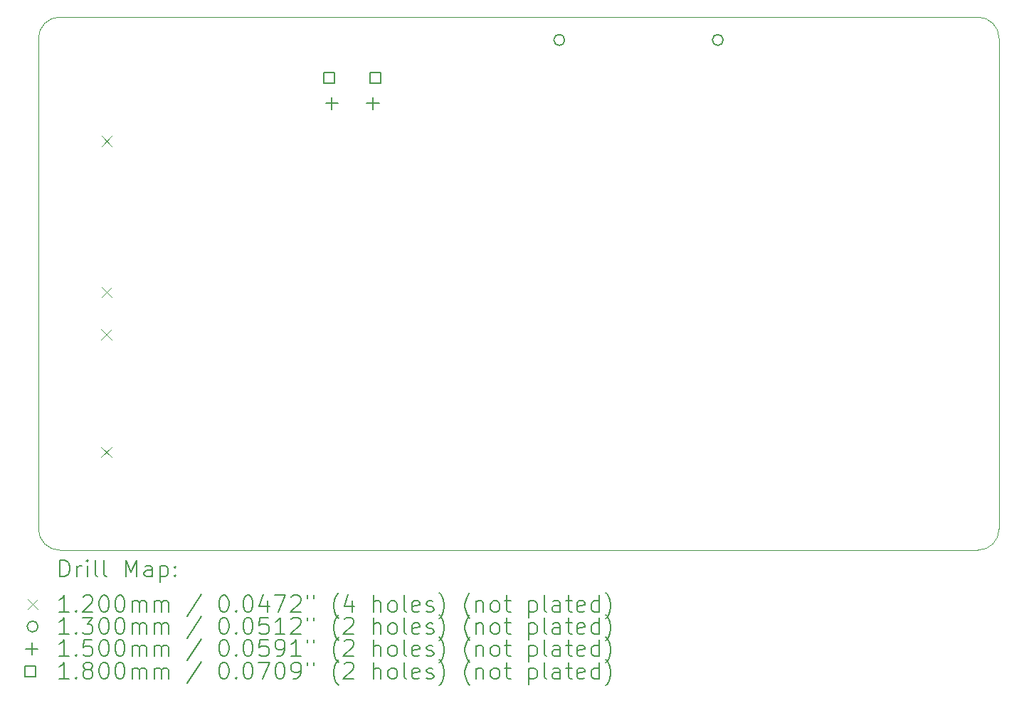
<source format=gbr>
%TF.GenerationSoftware,KiCad,Pcbnew,7.0.10*%
%TF.CreationDate,2024-03-29T22:24:38-04:00*%
%TF.ProjectId,WaveWise_Submersible,57617665-5769-4736-955f-5375626d6572,rev?*%
%TF.SameCoordinates,Original*%
%TF.FileFunction,Drillmap*%
%TF.FilePolarity,Positive*%
%FSLAX45Y45*%
G04 Gerber Fmt 4.5, Leading zero omitted, Abs format (unit mm)*
G04 Created by KiCad (PCBNEW 7.0.10) date 2024-03-29 22:24:38*
%MOMM*%
%LPD*%
G01*
G04 APERTURE LIST*
%ADD10C,0.100000*%
%ADD11C,0.200000*%
%ADD12C,0.120000*%
%ADD13C,0.130000*%
%ADD14C,0.150000*%
%ADD15C,0.180000*%
G04 APERTURE END LIST*
D10*
X3733800Y-8636000D02*
G75*
G03*
X3987800Y-8890000I254000J0D01*
G01*
X14909800Y-8890000D02*
X3987800Y-8890000D01*
X14909800Y-8890000D02*
G75*
G03*
X15163800Y-8636000I0J254000D01*
G01*
X3733800Y-2794000D02*
X3733800Y-8636000D01*
X3987800Y-2540000D02*
G75*
G03*
X3733800Y-2794000I0J-254000D01*
G01*
X15163800Y-2794000D02*
G75*
G03*
X14909800Y-2540000I-254000J0D01*
G01*
X14909800Y-2540000D02*
X3987800Y-2540000D01*
X15163800Y-2794000D02*
X15163800Y-8636000D01*
D11*
D12*
X4481780Y-6260560D02*
X4601780Y-6380560D01*
X4601780Y-6260560D02*
X4481780Y-6380560D01*
X4481780Y-7660560D02*
X4601780Y-7780560D01*
X4601780Y-7660560D02*
X4481780Y-7780560D01*
X4486860Y-3957440D02*
X4606860Y-4077440D01*
X4606860Y-3957440D02*
X4486860Y-4077440D01*
X4486860Y-5757440D02*
X4606860Y-5877440D01*
X4606860Y-5757440D02*
X4486860Y-5877440D01*
D13*
X9995080Y-2812280D02*
G75*
G03*
X9865080Y-2812280I-65000J0D01*
G01*
X9865080Y-2812280D02*
G75*
G03*
X9995080Y-2812280I65000J0D01*
G01*
X11881640Y-2812280D02*
G75*
G03*
X11751640Y-2812280I-65000J0D01*
G01*
X11751640Y-2812280D02*
G75*
G03*
X11881640Y-2812280I65000J0D01*
G01*
D14*
X7225100Y-3493100D02*
X7225100Y-3643100D01*
X7150100Y-3568100D02*
X7300100Y-3568100D01*
X7710100Y-3493100D02*
X7710100Y-3643100D01*
X7635100Y-3568100D02*
X7785100Y-3568100D01*
D15*
X7258740Y-3328740D02*
X7258740Y-3201460D01*
X7131460Y-3201460D01*
X7131460Y-3328740D01*
X7258740Y-3328740D01*
X7803740Y-3328740D02*
X7803740Y-3201460D01*
X7676460Y-3201460D01*
X7676460Y-3328740D01*
X7803740Y-3328740D01*
D11*
X3989577Y-9206484D02*
X3989577Y-9006484D01*
X3989577Y-9006484D02*
X4037196Y-9006484D01*
X4037196Y-9006484D02*
X4065767Y-9016008D01*
X4065767Y-9016008D02*
X4084815Y-9035055D01*
X4084815Y-9035055D02*
X4094339Y-9054103D01*
X4094339Y-9054103D02*
X4103862Y-9092198D01*
X4103862Y-9092198D02*
X4103862Y-9120770D01*
X4103862Y-9120770D02*
X4094339Y-9158865D01*
X4094339Y-9158865D02*
X4084815Y-9177912D01*
X4084815Y-9177912D02*
X4065767Y-9196960D01*
X4065767Y-9196960D02*
X4037196Y-9206484D01*
X4037196Y-9206484D02*
X3989577Y-9206484D01*
X4189577Y-9206484D02*
X4189577Y-9073150D01*
X4189577Y-9111246D02*
X4199101Y-9092198D01*
X4199101Y-9092198D02*
X4208624Y-9082674D01*
X4208624Y-9082674D02*
X4227672Y-9073150D01*
X4227672Y-9073150D02*
X4246720Y-9073150D01*
X4313386Y-9206484D02*
X4313386Y-9073150D01*
X4313386Y-9006484D02*
X4303863Y-9016008D01*
X4303863Y-9016008D02*
X4313386Y-9025531D01*
X4313386Y-9025531D02*
X4322910Y-9016008D01*
X4322910Y-9016008D02*
X4313386Y-9006484D01*
X4313386Y-9006484D02*
X4313386Y-9025531D01*
X4437196Y-9206484D02*
X4418148Y-9196960D01*
X4418148Y-9196960D02*
X4408624Y-9177912D01*
X4408624Y-9177912D02*
X4408624Y-9006484D01*
X4541958Y-9206484D02*
X4522910Y-9196960D01*
X4522910Y-9196960D02*
X4513386Y-9177912D01*
X4513386Y-9177912D02*
X4513386Y-9006484D01*
X4770529Y-9206484D02*
X4770529Y-9006484D01*
X4770529Y-9006484D02*
X4837196Y-9149341D01*
X4837196Y-9149341D02*
X4903863Y-9006484D01*
X4903863Y-9006484D02*
X4903863Y-9206484D01*
X5084815Y-9206484D02*
X5084815Y-9101722D01*
X5084815Y-9101722D02*
X5075291Y-9082674D01*
X5075291Y-9082674D02*
X5056244Y-9073150D01*
X5056244Y-9073150D02*
X5018148Y-9073150D01*
X5018148Y-9073150D02*
X4999101Y-9082674D01*
X5084815Y-9196960D02*
X5065767Y-9206484D01*
X5065767Y-9206484D02*
X5018148Y-9206484D01*
X5018148Y-9206484D02*
X4999101Y-9196960D01*
X4999101Y-9196960D02*
X4989577Y-9177912D01*
X4989577Y-9177912D02*
X4989577Y-9158865D01*
X4989577Y-9158865D02*
X4999101Y-9139817D01*
X4999101Y-9139817D02*
X5018148Y-9130293D01*
X5018148Y-9130293D02*
X5065767Y-9130293D01*
X5065767Y-9130293D02*
X5084815Y-9120770D01*
X5180053Y-9073150D02*
X5180053Y-9273150D01*
X5180053Y-9082674D02*
X5199101Y-9073150D01*
X5199101Y-9073150D02*
X5237196Y-9073150D01*
X5237196Y-9073150D02*
X5256244Y-9082674D01*
X5256244Y-9082674D02*
X5265767Y-9092198D01*
X5265767Y-9092198D02*
X5275291Y-9111246D01*
X5275291Y-9111246D02*
X5275291Y-9168389D01*
X5275291Y-9168389D02*
X5265767Y-9187436D01*
X5265767Y-9187436D02*
X5256244Y-9196960D01*
X5256244Y-9196960D02*
X5237196Y-9206484D01*
X5237196Y-9206484D02*
X5199101Y-9206484D01*
X5199101Y-9206484D02*
X5180053Y-9196960D01*
X5361005Y-9187436D02*
X5370529Y-9196960D01*
X5370529Y-9196960D02*
X5361005Y-9206484D01*
X5361005Y-9206484D02*
X5351482Y-9196960D01*
X5351482Y-9196960D02*
X5361005Y-9187436D01*
X5361005Y-9187436D02*
X5361005Y-9206484D01*
X5361005Y-9082674D02*
X5370529Y-9092198D01*
X5370529Y-9092198D02*
X5361005Y-9101722D01*
X5361005Y-9101722D02*
X5351482Y-9092198D01*
X5351482Y-9092198D02*
X5361005Y-9082674D01*
X5361005Y-9082674D02*
X5361005Y-9101722D01*
D12*
X3608800Y-9475000D02*
X3728800Y-9595000D01*
X3728800Y-9475000D02*
X3608800Y-9595000D01*
D11*
X4094339Y-9626484D02*
X3980053Y-9626484D01*
X4037196Y-9626484D02*
X4037196Y-9426484D01*
X4037196Y-9426484D02*
X4018148Y-9455055D01*
X4018148Y-9455055D02*
X3999101Y-9474103D01*
X3999101Y-9474103D02*
X3980053Y-9483627D01*
X4180053Y-9607436D02*
X4189577Y-9616960D01*
X4189577Y-9616960D02*
X4180053Y-9626484D01*
X4180053Y-9626484D02*
X4170529Y-9616960D01*
X4170529Y-9616960D02*
X4180053Y-9607436D01*
X4180053Y-9607436D02*
X4180053Y-9626484D01*
X4265767Y-9445531D02*
X4275291Y-9436008D01*
X4275291Y-9436008D02*
X4294339Y-9426484D01*
X4294339Y-9426484D02*
X4341958Y-9426484D01*
X4341958Y-9426484D02*
X4361005Y-9436008D01*
X4361005Y-9436008D02*
X4370529Y-9445531D01*
X4370529Y-9445531D02*
X4380053Y-9464579D01*
X4380053Y-9464579D02*
X4380053Y-9483627D01*
X4380053Y-9483627D02*
X4370529Y-9512198D01*
X4370529Y-9512198D02*
X4256244Y-9626484D01*
X4256244Y-9626484D02*
X4380053Y-9626484D01*
X4503863Y-9426484D02*
X4522910Y-9426484D01*
X4522910Y-9426484D02*
X4541958Y-9436008D01*
X4541958Y-9436008D02*
X4551482Y-9445531D01*
X4551482Y-9445531D02*
X4561005Y-9464579D01*
X4561005Y-9464579D02*
X4570529Y-9502674D01*
X4570529Y-9502674D02*
X4570529Y-9550293D01*
X4570529Y-9550293D02*
X4561005Y-9588389D01*
X4561005Y-9588389D02*
X4551482Y-9607436D01*
X4551482Y-9607436D02*
X4541958Y-9616960D01*
X4541958Y-9616960D02*
X4522910Y-9626484D01*
X4522910Y-9626484D02*
X4503863Y-9626484D01*
X4503863Y-9626484D02*
X4484815Y-9616960D01*
X4484815Y-9616960D02*
X4475291Y-9607436D01*
X4475291Y-9607436D02*
X4465767Y-9588389D01*
X4465767Y-9588389D02*
X4456244Y-9550293D01*
X4456244Y-9550293D02*
X4456244Y-9502674D01*
X4456244Y-9502674D02*
X4465767Y-9464579D01*
X4465767Y-9464579D02*
X4475291Y-9445531D01*
X4475291Y-9445531D02*
X4484815Y-9436008D01*
X4484815Y-9436008D02*
X4503863Y-9426484D01*
X4694339Y-9426484D02*
X4713386Y-9426484D01*
X4713386Y-9426484D02*
X4732434Y-9436008D01*
X4732434Y-9436008D02*
X4741958Y-9445531D01*
X4741958Y-9445531D02*
X4751482Y-9464579D01*
X4751482Y-9464579D02*
X4761005Y-9502674D01*
X4761005Y-9502674D02*
X4761005Y-9550293D01*
X4761005Y-9550293D02*
X4751482Y-9588389D01*
X4751482Y-9588389D02*
X4741958Y-9607436D01*
X4741958Y-9607436D02*
X4732434Y-9616960D01*
X4732434Y-9616960D02*
X4713386Y-9626484D01*
X4713386Y-9626484D02*
X4694339Y-9626484D01*
X4694339Y-9626484D02*
X4675291Y-9616960D01*
X4675291Y-9616960D02*
X4665767Y-9607436D01*
X4665767Y-9607436D02*
X4656244Y-9588389D01*
X4656244Y-9588389D02*
X4646720Y-9550293D01*
X4646720Y-9550293D02*
X4646720Y-9502674D01*
X4646720Y-9502674D02*
X4656244Y-9464579D01*
X4656244Y-9464579D02*
X4665767Y-9445531D01*
X4665767Y-9445531D02*
X4675291Y-9436008D01*
X4675291Y-9436008D02*
X4694339Y-9426484D01*
X4846720Y-9626484D02*
X4846720Y-9493150D01*
X4846720Y-9512198D02*
X4856244Y-9502674D01*
X4856244Y-9502674D02*
X4875291Y-9493150D01*
X4875291Y-9493150D02*
X4903863Y-9493150D01*
X4903863Y-9493150D02*
X4922910Y-9502674D01*
X4922910Y-9502674D02*
X4932434Y-9521722D01*
X4932434Y-9521722D02*
X4932434Y-9626484D01*
X4932434Y-9521722D02*
X4941958Y-9502674D01*
X4941958Y-9502674D02*
X4961005Y-9493150D01*
X4961005Y-9493150D02*
X4989577Y-9493150D01*
X4989577Y-9493150D02*
X5008625Y-9502674D01*
X5008625Y-9502674D02*
X5018148Y-9521722D01*
X5018148Y-9521722D02*
X5018148Y-9626484D01*
X5113386Y-9626484D02*
X5113386Y-9493150D01*
X5113386Y-9512198D02*
X5122910Y-9502674D01*
X5122910Y-9502674D02*
X5141958Y-9493150D01*
X5141958Y-9493150D02*
X5170529Y-9493150D01*
X5170529Y-9493150D02*
X5189577Y-9502674D01*
X5189577Y-9502674D02*
X5199101Y-9521722D01*
X5199101Y-9521722D02*
X5199101Y-9626484D01*
X5199101Y-9521722D02*
X5208625Y-9502674D01*
X5208625Y-9502674D02*
X5227672Y-9493150D01*
X5227672Y-9493150D02*
X5256244Y-9493150D01*
X5256244Y-9493150D02*
X5275291Y-9502674D01*
X5275291Y-9502674D02*
X5284815Y-9521722D01*
X5284815Y-9521722D02*
X5284815Y-9626484D01*
X5675291Y-9416960D02*
X5503863Y-9674103D01*
X5932434Y-9426484D02*
X5951482Y-9426484D01*
X5951482Y-9426484D02*
X5970529Y-9436008D01*
X5970529Y-9436008D02*
X5980053Y-9445531D01*
X5980053Y-9445531D02*
X5989577Y-9464579D01*
X5989577Y-9464579D02*
X5999101Y-9502674D01*
X5999101Y-9502674D02*
X5999101Y-9550293D01*
X5999101Y-9550293D02*
X5989577Y-9588389D01*
X5989577Y-9588389D02*
X5980053Y-9607436D01*
X5980053Y-9607436D02*
X5970529Y-9616960D01*
X5970529Y-9616960D02*
X5951482Y-9626484D01*
X5951482Y-9626484D02*
X5932434Y-9626484D01*
X5932434Y-9626484D02*
X5913386Y-9616960D01*
X5913386Y-9616960D02*
X5903863Y-9607436D01*
X5903863Y-9607436D02*
X5894339Y-9588389D01*
X5894339Y-9588389D02*
X5884815Y-9550293D01*
X5884815Y-9550293D02*
X5884815Y-9502674D01*
X5884815Y-9502674D02*
X5894339Y-9464579D01*
X5894339Y-9464579D02*
X5903863Y-9445531D01*
X5903863Y-9445531D02*
X5913386Y-9436008D01*
X5913386Y-9436008D02*
X5932434Y-9426484D01*
X6084815Y-9607436D02*
X6094339Y-9616960D01*
X6094339Y-9616960D02*
X6084815Y-9626484D01*
X6084815Y-9626484D02*
X6075291Y-9616960D01*
X6075291Y-9616960D02*
X6084815Y-9607436D01*
X6084815Y-9607436D02*
X6084815Y-9626484D01*
X6218148Y-9426484D02*
X6237196Y-9426484D01*
X6237196Y-9426484D02*
X6256244Y-9436008D01*
X6256244Y-9436008D02*
X6265767Y-9445531D01*
X6265767Y-9445531D02*
X6275291Y-9464579D01*
X6275291Y-9464579D02*
X6284815Y-9502674D01*
X6284815Y-9502674D02*
X6284815Y-9550293D01*
X6284815Y-9550293D02*
X6275291Y-9588389D01*
X6275291Y-9588389D02*
X6265767Y-9607436D01*
X6265767Y-9607436D02*
X6256244Y-9616960D01*
X6256244Y-9616960D02*
X6237196Y-9626484D01*
X6237196Y-9626484D02*
X6218148Y-9626484D01*
X6218148Y-9626484D02*
X6199101Y-9616960D01*
X6199101Y-9616960D02*
X6189577Y-9607436D01*
X6189577Y-9607436D02*
X6180053Y-9588389D01*
X6180053Y-9588389D02*
X6170529Y-9550293D01*
X6170529Y-9550293D02*
X6170529Y-9502674D01*
X6170529Y-9502674D02*
X6180053Y-9464579D01*
X6180053Y-9464579D02*
X6189577Y-9445531D01*
X6189577Y-9445531D02*
X6199101Y-9436008D01*
X6199101Y-9436008D02*
X6218148Y-9426484D01*
X6456244Y-9493150D02*
X6456244Y-9626484D01*
X6408625Y-9416960D02*
X6361006Y-9559817D01*
X6361006Y-9559817D02*
X6484815Y-9559817D01*
X6541958Y-9426484D02*
X6675291Y-9426484D01*
X6675291Y-9426484D02*
X6589577Y-9626484D01*
X6741958Y-9445531D02*
X6751482Y-9436008D01*
X6751482Y-9436008D02*
X6770529Y-9426484D01*
X6770529Y-9426484D02*
X6818148Y-9426484D01*
X6818148Y-9426484D02*
X6837196Y-9436008D01*
X6837196Y-9436008D02*
X6846720Y-9445531D01*
X6846720Y-9445531D02*
X6856244Y-9464579D01*
X6856244Y-9464579D02*
X6856244Y-9483627D01*
X6856244Y-9483627D02*
X6846720Y-9512198D01*
X6846720Y-9512198D02*
X6732434Y-9626484D01*
X6732434Y-9626484D02*
X6856244Y-9626484D01*
X6932434Y-9426484D02*
X6932434Y-9464579D01*
X7008625Y-9426484D02*
X7008625Y-9464579D01*
X7303863Y-9702674D02*
X7294339Y-9693150D01*
X7294339Y-9693150D02*
X7275291Y-9664579D01*
X7275291Y-9664579D02*
X7265768Y-9645531D01*
X7265768Y-9645531D02*
X7256244Y-9616960D01*
X7256244Y-9616960D02*
X7246720Y-9569341D01*
X7246720Y-9569341D02*
X7246720Y-9531246D01*
X7246720Y-9531246D02*
X7256244Y-9483627D01*
X7256244Y-9483627D02*
X7265768Y-9455055D01*
X7265768Y-9455055D02*
X7275291Y-9436008D01*
X7275291Y-9436008D02*
X7294339Y-9407436D01*
X7294339Y-9407436D02*
X7303863Y-9397912D01*
X7465768Y-9493150D02*
X7465768Y-9626484D01*
X7418148Y-9416960D02*
X7370529Y-9559817D01*
X7370529Y-9559817D02*
X7494339Y-9559817D01*
X7722910Y-9626484D02*
X7722910Y-9426484D01*
X7808625Y-9626484D02*
X7808625Y-9521722D01*
X7808625Y-9521722D02*
X7799101Y-9502674D01*
X7799101Y-9502674D02*
X7780053Y-9493150D01*
X7780053Y-9493150D02*
X7751482Y-9493150D01*
X7751482Y-9493150D02*
X7732434Y-9502674D01*
X7732434Y-9502674D02*
X7722910Y-9512198D01*
X7932434Y-9626484D02*
X7913387Y-9616960D01*
X7913387Y-9616960D02*
X7903863Y-9607436D01*
X7903863Y-9607436D02*
X7894339Y-9588389D01*
X7894339Y-9588389D02*
X7894339Y-9531246D01*
X7894339Y-9531246D02*
X7903863Y-9512198D01*
X7903863Y-9512198D02*
X7913387Y-9502674D01*
X7913387Y-9502674D02*
X7932434Y-9493150D01*
X7932434Y-9493150D02*
X7961006Y-9493150D01*
X7961006Y-9493150D02*
X7980053Y-9502674D01*
X7980053Y-9502674D02*
X7989577Y-9512198D01*
X7989577Y-9512198D02*
X7999101Y-9531246D01*
X7999101Y-9531246D02*
X7999101Y-9588389D01*
X7999101Y-9588389D02*
X7989577Y-9607436D01*
X7989577Y-9607436D02*
X7980053Y-9616960D01*
X7980053Y-9616960D02*
X7961006Y-9626484D01*
X7961006Y-9626484D02*
X7932434Y-9626484D01*
X8113387Y-9626484D02*
X8094339Y-9616960D01*
X8094339Y-9616960D02*
X8084815Y-9597912D01*
X8084815Y-9597912D02*
X8084815Y-9426484D01*
X8265768Y-9616960D02*
X8246720Y-9626484D01*
X8246720Y-9626484D02*
X8208625Y-9626484D01*
X8208625Y-9626484D02*
X8189577Y-9616960D01*
X8189577Y-9616960D02*
X8180053Y-9597912D01*
X8180053Y-9597912D02*
X8180053Y-9521722D01*
X8180053Y-9521722D02*
X8189577Y-9502674D01*
X8189577Y-9502674D02*
X8208625Y-9493150D01*
X8208625Y-9493150D02*
X8246720Y-9493150D01*
X8246720Y-9493150D02*
X8265768Y-9502674D01*
X8265768Y-9502674D02*
X8275291Y-9521722D01*
X8275291Y-9521722D02*
X8275291Y-9540770D01*
X8275291Y-9540770D02*
X8180053Y-9559817D01*
X8351482Y-9616960D02*
X8370530Y-9626484D01*
X8370530Y-9626484D02*
X8408625Y-9626484D01*
X8408625Y-9626484D02*
X8427673Y-9616960D01*
X8427673Y-9616960D02*
X8437196Y-9597912D01*
X8437196Y-9597912D02*
X8437196Y-9588389D01*
X8437196Y-9588389D02*
X8427673Y-9569341D01*
X8427673Y-9569341D02*
X8408625Y-9559817D01*
X8408625Y-9559817D02*
X8380053Y-9559817D01*
X8380053Y-9559817D02*
X8361006Y-9550293D01*
X8361006Y-9550293D02*
X8351482Y-9531246D01*
X8351482Y-9531246D02*
X8351482Y-9521722D01*
X8351482Y-9521722D02*
X8361006Y-9502674D01*
X8361006Y-9502674D02*
X8380053Y-9493150D01*
X8380053Y-9493150D02*
X8408625Y-9493150D01*
X8408625Y-9493150D02*
X8427673Y-9502674D01*
X8503863Y-9702674D02*
X8513387Y-9693150D01*
X8513387Y-9693150D02*
X8532434Y-9664579D01*
X8532434Y-9664579D02*
X8541958Y-9645531D01*
X8541958Y-9645531D02*
X8551482Y-9616960D01*
X8551482Y-9616960D02*
X8561006Y-9569341D01*
X8561006Y-9569341D02*
X8561006Y-9531246D01*
X8561006Y-9531246D02*
X8551482Y-9483627D01*
X8551482Y-9483627D02*
X8541958Y-9455055D01*
X8541958Y-9455055D02*
X8532434Y-9436008D01*
X8532434Y-9436008D02*
X8513387Y-9407436D01*
X8513387Y-9407436D02*
X8503863Y-9397912D01*
X8865768Y-9702674D02*
X8856244Y-9693150D01*
X8856244Y-9693150D02*
X8837196Y-9664579D01*
X8837196Y-9664579D02*
X8827673Y-9645531D01*
X8827673Y-9645531D02*
X8818149Y-9616960D01*
X8818149Y-9616960D02*
X8808625Y-9569341D01*
X8808625Y-9569341D02*
X8808625Y-9531246D01*
X8808625Y-9531246D02*
X8818149Y-9483627D01*
X8818149Y-9483627D02*
X8827673Y-9455055D01*
X8827673Y-9455055D02*
X8837196Y-9436008D01*
X8837196Y-9436008D02*
X8856244Y-9407436D01*
X8856244Y-9407436D02*
X8865768Y-9397912D01*
X8941958Y-9493150D02*
X8941958Y-9626484D01*
X8941958Y-9512198D02*
X8951482Y-9502674D01*
X8951482Y-9502674D02*
X8970530Y-9493150D01*
X8970530Y-9493150D02*
X8999101Y-9493150D01*
X8999101Y-9493150D02*
X9018149Y-9502674D01*
X9018149Y-9502674D02*
X9027673Y-9521722D01*
X9027673Y-9521722D02*
X9027673Y-9626484D01*
X9151482Y-9626484D02*
X9132434Y-9616960D01*
X9132434Y-9616960D02*
X9122911Y-9607436D01*
X9122911Y-9607436D02*
X9113387Y-9588389D01*
X9113387Y-9588389D02*
X9113387Y-9531246D01*
X9113387Y-9531246D02*
X9122911Y-9512198D01*
X9122911Y-9512198D02*
X9132434Y-9502674D01*
X9132434Y-9502674D02*
X9151482Y-9493150D01*
X9151482Y-9493150D02*
X9180054Y-9493150D01*
X9180054Y-9493150D02*
X9199101Y-9502674D01*
X9199101Y-9502674D02*
X9208625Y-9512198D01*
X9208625Y-9512198D02*
X9218149Y-9531246D01*
X9218149Y-9531246D02*
X9218149Y-9588389D01*
X9218149Y-9588389D02*
X9208625Y-9607436D01*
X9208625Y-9607436D02*
X9199101Y-9616960D01*
X9199101Y-9616960D02*
X9180054Y-9626484D01*
X9180054Y-9626484D02*
X9151482Y-9626484D01*
X9275292Y-9493150D02*
X9351482Y-9493150D01*
X9303863Y-9426484D02*
X9303863Y-9597912D01*
X9303863Y-9597912D02*
X9313387Y-9616960D01*
X9313387Y-9616960D02*
X9332434Y-9626484D01*
X9332434Y-9626484D02*
X9351482Y-9626484D01*
X9570530Y-9493150D02*
X9570530Y-9693150D01*
X9570530Y-9502674D02*
X9589577Y-9493150D01*
X9589577Y-9493150D02*
X9627673Y-9493150D01*
X9627673Y-9493150D02*
X9646720Y-9502674D01*
X9646720Y-9502674D02*
X9656244Y-9512198D01*
X9656244Y-9512198D02*
X9665768Y-9531246D01*
X9665768Y-9531246D02*
X9665768Y-9588389D01*
X9665768Y-9588389D02*
X9656244Y-9607436D01*
X9656244Y-9607436D02*
X9646720Y-9616960D01*
X9646720Y-9616960D02*
X9627673Y-9626484D01*
X9627673Y-9626484D02*
X9589577Y-9626484D01*
X9589577Y-9626484D02*
X9570530Y-9616960D01*
X9780054Y-9626484D02*
X9761006Y-9616960D01*
X9761006Y-9616960D02*
X9751482Y-9597912D01*
X9751482Y-9597912D02*
X9751482Y-9426484D01*
X9941958Y-9626484D02*
X9941958Y-9521722D01*
X9941958Y-9521722D02*
X9932435Y-9502674D01*
X9932435Y-9502674D02*
X9913387Y-9493150D01*
X9913387Y-9493150D02*
X9875292Y-9493150D01*
X9875292Y-9493150D02*
X9856244Y-9502674D01*
X9941958Y-9616960D02*
X9922911Y-9626484D01*
X9922911Y-9626484D02*
X9875292Y-9626484D01*
X9875292Y-9626484D02*
X9856244Y-9616960D01*
X9856244Y-9616960D02*
X9846720Y-9597912D01*
X9846720Y-9597912D02*
X9846720Y-9578865D01*
X9846720Y-9578865D02*
X9856244Y-9559817D01*
X9856244Y-9559817D02*
X9875292Y-9550293D01*
X9875292Y-9550293D02*
X9922911Y-9550293D01*
X9922911Y-9550293D02*
X9941958Y-9540770D01*
X10008625Y-9493150D02*
X10084815Y-9493150D01*
X10037196Y-9426484D02*
X10037196Y-9597912D01*
X10037196Y-9597912D02*
X10046720Y-9616960D01*
X10046720Y-9616960D02*
X10065768Y-9626484D01*
X10065768Y-9626484D02*
X10084815Y-9626484D01*
X10227673Y-9616960D02*
X10208625Y-9626484D01*
X10208625Y-9626484D02*
X10170530Y-9626484D01*
X10170530Y-9626484D02*
X10151482Y-9616960D01*
X10151482Y-9616960D02*
X10141958Y-9597912D01*
X10141958Y-9597912D02*
X10141958Y-9521722D01*
X10141958Y-9521722D02*
X10151482Y-9502674D01*
X10151482Y-9502674D02*
X10170530Y-9493150D01*
X10170530Y-9493150D02*
X10208625Y-9493150D01*
X10208625Y-9493150D02*
X10227673Y-9502674D01*
X10227673Y-9502674D02*
X10237196Y-9521722D01*
X10237196Y-9521722D02*
X10237196Y-9540770D01*
X10237196Y-9540770D02*
X10141958Y-9559817D01*
X10408625Y-9626484D02*
X10408625Y-9426484D01*
X10408625Y-9616960D02*
X10389577Y-9626484D01*
X10389577Y-9626484D02*
X10351482Y-9626484D01*
X10351482Y-9626484D02*
X10332435Y-9616960D01*
X10332435Y-9616960D02*
X10322911Y-9607436D01*
X10322911Y-9607436D02*
X10313387Y-9588389D01*
X10313387Y-9588389D02*
X10313387Y-9531246D01*
X10313387Y-9531246D02*
X10322911Y-9512198D01*
X10322911Y-9512198D02*
X10332435Y-9502674D01*
X10332435Y-9502674D02*
X10351482Y-9493150D01*
X10351482Y-9493150D02*
X10389577Y-9493150D01*
X10389577Y-9493150D02*
X10408625Y-9502674D01*
X10484816Y-9702674D02*
X10494339Y-9693150D01*
X10494339Y-9693150D02*
X10513387Y-9664579D01*
X10513387Y-9664579D02*
X10522911Y-9645531D01*
X10522911Y-9645531D02*
X10532435Y-9616960D01*
X10532435Y-9616960D02*
X10541958Y-9569341D01*
X10541958Y-9569341D02*
X10541958Y-9531246D01*
X10541958Y-9531246D02*
X10532435Y-9483627D01*
X10532435Y-9483627D02*
X10522911Y-9455055D01*
X10522911Y-9455055D02*
X10513387Y-9436008D01*
X10513387Y-9436008D02*
X10494339Y-9407436D01*
X10494339Y-9407436D02*
X10484816Y-9397912D01*
D13*
X3728800Y-9799000D02*
G75*
G03*
X3598800Y-9799000I-65000J0D01*
G01*
X3598800Y-9799000D02*
G75*
G03*
X3728800Y-9799000I65000J0D01*
G01*
D11*
X4094339Y-9890484D02*
X3980053Y-9890484D01*
X4037196Y-9890484D02*
X4037196Y-9690484D01*
X4037196Y-9690484D02*
X4018148Y-9719055D01*
X4018148Y-9719055D02*
X3999101Y-9738103D01*
X3999101Y-9738103D02*
X3980053Y-9747627D01*
X4180053Y-9871436D02*
X4189577Y-9880960D01*
X4189577Y-9880960D02*
X4180053Y-9890484D01*
X4180053Y-9890484D02*
X4170529Y-9880960D01*
X4170529Y-9880960D02*
X4180053Y-9871436D01*
X4180053Y-9871436D02*
X4180053Y-9890484D01*
X4256244Y-9690484D02*
X4380053Y-9690484D01*
X4380053Y-9690484D02*
X4313386Y-9766674D01*
X4313386Y-9766674D02*
X4341958Y-9766674D01*
X4341958Y-9766674D02*
X4361005Y-9776198D01*
X4361005Y-9776198D02*
X4370529Y-9785722D01*
X4370529Y-9785722D02*
X4380053Y-9804770D01*
X4380053Y-9804770D02*
X4380053Y-9852389D01*
X4380053Y-9852389D02*
X4370529Y-9871436D01*
X4370529Y-9871436D02*
X4361005Y-9880960D01*
X4361005Y-9880960D02*
X4341958Y-9890484D01*
X4341958Y-9890484D02*
X4284815Y-9890484D01*
X4284815Y-9890484D02*
X4265767Y-9880960D01*
X4265767Y-9880960D02*
X4256244Y-9871436D01*
X4503863Y-9690484D02*
X4522910Y-9690484D01*
X4522910Y-9690484D02*
X4541958Y-9700008D01*
X4541958Y-9700008D02*
X4551482Y-9709531D01*
X4551482Y-9709531D02*
X4561005Y-9728579D01*
X4561005Y-9728579D02*
X4570529Y-9766674D01*
X4570529Y-9766674D02*
X4570529Y-9814293D01*
X4570529Y-9814293D02*
X4561005Y-9852389D01*
X4561005Y-9852389D02*
X4551482Y-9871436D01*
X4551482Y-9871436D02*
X4541958Y-9880960D01*
X4541958Y-9880960D02*
X4522910Y-9890484D01*
X4522910Y-9890484D02*
X4503863Y-9890484D01*
X4503863Y-9890484D02*
X4484815Y-9880960D01*
X4484815Y-9880960D02*
X4475291Y-9871436D01*
X4475291Y-9871436D02*
X4465767Y-9852389D01*
X4465767Y-9852389D02*
X4456244Y-9814293D01*
X4456244Y-9814293D02*
X4456244Y-9766674D01*
X4456244Y-9766674D02*
X4465767Y-9728579D01*
X4465767Y-9728579D02*
X4475291Y-9709531D01*
X4475291Y-9709531D02*
X4484815Y-9700008D01*
X4484815Y-9700008D02*
X4503863Y-9690484D01*
X4694339Y-9690484D02*
X4713386Y-9690484D01*
X4713386Y-9690484D02*
X4732434Y-9700008D01*
X4732434Y-9700008D02*
X4741958Y-9709531D01*
X4741958Y-9709531D02*
X4751482Y-9728579D01*
X4751482Y-9728579D02*
X4761005Y-9766674D01*
X4761005Y-9766674D02*
X4761005Y-9814293D01*
X4761005Y-9814293D02*
X4751482Y-9852389D01*
X4751482Y-9852389D02*
X4741958Y-9871436D01*
X4741958Y-9871436D02*
X4732434Y-9880960D01*
X4732434Y-9880960D02*
X4713386Y-9890484D01*
X4713386Y-9890484D02*
X4694339Y-9890484D01*
X4694339Y-9890484D02*
X4675291Y-9880960D01*
X4675291Y-9880960D02*
X4665767Y-9871436D01*
X4665767Y-9871436D02*
X4656244Y-9852389D01*
X4656244Y-9852389D02*
X4646720Y-9814293D01*
X4646720Y-9814293D02*
X4646720Y-9766674D01*
X4646720Y-9766674D02*
X4656244Y-9728579D01*
X4656244Y-9728579D02*
X4665767Y-9709531D01*
X4665767Y-9709531D02*
X4675291Y-9700008D01*
X4675291Y-9700008D02*
X4694339Y-9690484D01*
X4846720Y-9890484D02*
X4846720Y-9757150D01*
X4846720Y-9776198D02*
X4856244Y-9766674D01*
X4856244Y-9766674D02*
X4875291Y-9757150D01*
X4875291Y-9757150D02*
X4903863Y-9757150D01*
X4903863Y-9757150D02*
X4922910Y-9766674D01*
X4922910Y-9766674D02*
X4932434Y-9785722D01*
X4932434Y-9785722D02*
X4932434Y-9890484D01*
X4932434Y-9785722D02*
X4941958Y-9766674D01*
X4941958Y-9766674D02*
X4961005Y-9757150D01*
X4961005Y-9757150D02*
X4989577Y-9757150D01*
X4989577Y-9757150D02*
X5008625Y-9766674D01*
X5008625Y-9766674D02*
X5018148Y-9785722D01*
X5018148Y-9785722D02*
X5018148Y-9890484D01*
X5113386Y-9890484D02*
X5113386Y-9757150D01*
X5113386Y-9776198D02*
X5122910Y-9766674D01*
X5122910Y-9766674D02*
X5141958Y-9757150D01*
X5141958Y-9757150D02*
X5170529Y-9757150D01*
X5170529Y-9757150D02*
X5189577Y-9766674D01*
X5189577Y-9766674D02*
X5199101Y-9785722D01*
X5199101Y-9785722D02*
X5199101Y-9890484D01*
X5199101Y-9785722D02*
X5208625Y-9766674D01*
X5208625Y-9766674D02*
X5227672Y-9757150D01*
X5227672Y-9757150D02*
X5256244Y-9757150D01*
X5256244Y-9757150D02*
X5275291Y-9766674D01*
X5275291Y-9766674D02*
X5284815Y-9785722D01*
X5284815Y-9785722D02*
X5284815Y-9890484D01*
X5675291Y-9680960D02*
X5503863Y-9938103D01*
X5932434Y-9690484D02*
X5951482Y-9690484D01*
X5951482Y-9690484D02*
X5970529Y-9700008D01*
X5970529Y-9700008D02*
X5980053Y-9709531D01*
X5980053Y-9709531D02*
X5989577Y-9728579D01*
X5989577Y-9728579D02*
X5999101Y-9766674D01*
X5999101Y-9766674D02*
X5999101Y-9814293D01*
X5999101Y-9814293D02*
X5989577Y-9852389D01*
X5989577Y-9852389D02*
X5980053Y-9871436D01*
X5980053Y-9871436D02*
X5970529Y-9880960D01*
X5970529Y-9880960D02*
X5951482Y-9890484D01*
X5951482Y-9890484D02*
X5932434Y-9890484D01*
X5932434Y-9890484D02*
X5913386Y-9880960D01*
X5913386Y-9880960D02*
X5903863Y-9871436D01*
X5903863Y-9871436D02*
X5894339Y-9852389D01*
X5894339Y-9852389D02*
X5884815Y-9814293D01*
X5884815Y-9814293D02*
X5884815Y-9766674D01*
X5884815Y-9766674D02*
X5894339Y-9728579D01*
X5894339Y-9728579D02*
X5903863Y-9709531D01*
X5903863Y-9709531D02*
X5913386Y-9700008D01*
X5913386Y-9700008D02*
X5932434Y-9690484D01*
X6084815Y-9871436D02*
X6094339Y-9880960D01*
X6094339Y-9880960D02*
X6084815Y-9890484D01*
X6084815Y-9890484D02*
X6075291Y-9880960D01*
X6075291Y-9880960D02*
X6084815Y-9871436D01*
X6084815Y-9871436D02*
X6084815Y-9890484D01*
X6218148Y-9690484D02*
X6237196Y-9690484D01*
X6237196Y-9690484D02*
X6256244Y-9700008D01*
X6256244Y-9700008D02*
X6265767Y-9709531D01*
X6265767Y-9709531D02*
X6275291Y-9728579D01*
X6275291Y-9728579D02*
X6284815Y-9766674D01*
X6284815Y-9766674D02*
X6284815Y-9814293D01*
X6284815Y-9814293D02*
X6275291Y-9852389D01*
X6275291Y-9852389D02*
X6265767Y-9871436D01*
X6265767Y-9871436D02*
X6256244Y-9880960D01*
X6256244Y-9880960D02*
X6237196Y-9890484D01*
X6237196Y-9890484D02*
X6218148Y-9890484D01*
X6218148Y-9890484D02*
X6199101Y-9880960D01*
X6199101Y-9880960D02*
X6189577Y-9871436D01*
X6189577Y-9871436D02*
X6180053Y-9852389D01*
X6180053Y-9852389D02*
X6170529Y-9814293D01*
X6170529Y-9814293D02*
X6170529Y-9766674D01*
X6170529Y-9766674D02*
X6180053Y-9728579D01*
X6180053Y-9728579D02*
X6189577Y-9709531D01*
X6189577Y-9709531D02*
X6199101Y-9700008D01*
X6199101Y-9700008D02*
X6218148Y-9690484D01*
X6465767Y-9690484D02*
X6370529Y-9690484D01*
X6370529Y-9690484D02*
X6361006Y-9785722D01*
X6361006Y-9785722D02*
X6370529Y-9776198D01*
X6370529Y-9776198D02*
X6389577Y-9766674D01*
X6389577Y-9766674D02*
X6437196Y-9766674D01*
X6437196Y-9766674D02*
X6456244Y-9776198D01*
X6456244Y-9776198D02*
X6465767Y-9785722D01*
X6465767Y-9785722D02*
X6475291Y-9804770D01*
X6475291Y-9804770D02*
X6475291Y-9852389D01*
X6475291Y-9852389D02*
X6465767Y-9871436D01*
X6465767Y-9871436D02*
X6456244Y-9880960D01*
X6456244Y-9880960D02*
X6437196Y-9890484D01*
X6437196Y-9890484D02*
X6389577Y-9890484D01*
X6389577Y-9890484D02*
X6370529Y-9880960D01*
X6370529Y-9880960D02*
X6361006Y-9871436D01*
X6665767Y-9890484D02*
X6551482Y-9890484D01*
X6608625Y-9890484D02*
X6608625Y-9690484D01*
X6608625Y-9690484D02*
X6589577Y-9719055D01*
X6589577Y-9719055D02*
X6570529Y-9738103D01*
X6570529Y-9738103D02*
X6551482Y-9747627D01*
X6741958Y-9709531D02*
X6751482Y-9700008D01*
X6751482Y-9700008D02*
X6770529Y-9690484D01*
X6770529Y-9690484D02*
X6818148Y-9690484D01*
X6818148Y-9690484D02*
X6837196Y-9700008D01*
X6837196Y-9700008D02*
X6846720Y-9709531D01*
X6846720Y-9709531D02*
X6856244Y-9728579D01*
X6856244Y-9728579D02*
X6856244Y-9747627D01*
X6856244Y-9747627D02*
X6846720Y-9776198D01*
X6846720Y-9776198D02*
X6732434Y-9890484D01*
X6732434Y-9890484D02*
X6856244Y-9890484D01*
X6932434Y-9690484D02*
X6932434Y-9728579D01*
X7008625Y-9690484D02*
X7008625Y-9728579D01*
X7303863Y-9966674D02*
X7294339Y-9957150D01*
X7294339Y-9957150D02*
X7275291Y-9928579D01*
X7275291Y-9928579D02*
X7265768Y-9909531D01*
X7265768Y-9909531D02*
X7256244Y-9880960D01*
X7256244Y-9880960D02*
X7246720Y-9833341D01*
X7246720Y-9833341D02*
X7246720Y-9795246D01*
X7246720Y-9795246D02*
X7256244Y-9747627D01*
X7256244Y-9747627D02*
X7265768Y-9719055D01*
X7265768Y-9719055D02*
X7275291Y-9700008D01*
X7275291Y-9700008D02*
X7294339Y-9671436D01*
X7294339Y-9671436D02*
X7303863Y-9661912D01*
X7370529Y-9709531D02*
X7380053Y-9700008D01*
X7380053Y-9700008D02*
X7399101Y-9690484D01*
X7399101Y-9690484D02*
X7446720Y-9690484D01*
X7446720Y-9690484D02*
X7465768Y-9700008D01*
X7465768Y-9700008D02*
X7475291Y-9709531D01*
X7475291Y-9709531D02*
X7484815Y-9728579D01*
X7484815Y-9728579D02*
X7484815Y-9747627D01*
X7484815Y-9747627D02*
X7475291Y-9776198D01*
X7475291Y-9776198D02*
X7361006Y-9890484D01*
X7361006Y-9890484D02*
X7484815Y-9890484D01*
X7722910Y-9890484D02*
X7722910Y-9690484D01*
X7808625Y-9890484D02*
X7808625Y-9785722D01*
X7808625Y-9785722D02*
X7799101Y-9766674D01*
X7799101Y-9766674D02*
X7780053Y-9757150D01*
X7780053Y-9757150D02*
X7751482Y-9757150D01*
X7751482Y-9757150D02*
X7732434Y-9766674D01*
X7732434Y-9766674D02*
X7722910Y-9776198D01*
X7932434Y-9890484D02*
X7913387Y-9880960D01*
X7913387Y-9880960D02*
X7903863Y-9871436D01*
X7903863Y-9871436D02*
X7894339Y-9852389D01*
X7894339Y-9852389D02*
X7894339Y-9795246D01*
X7894339Y-9795246D02*
X7903863Y-9776198D01*
X7903863Y-9776198D02*
X7913387Y-9766674D01*
X7913387Y-9766674D02*
X7932434Y-9757150D01*
X7932434Y-9757150D02*
X7961006Y-9757150D01*
X7961006Y-9757150D02*
X7980053Y-9766674D01*
X7980053Y-9766674D02*
X7989577Y-9776198D01*
X7989577Y-9776198D02*
X7999101Y-9795246D01*
X7999101Y-9795246D02*
X7999101Y-9852389D01*
X7999101Y-9852389D02*
X7989577Y-9871436D01*
X7989577Y-9871436D02*
X7980053Y-9880960D01*
X7980053Y-9880960D02*
X7961006Y-9890484D01*
X7961006Y-9890484D02*
X7932434Y-9890484D01*
X8113387Y-9890484D02*
X8094339Y-9880960D01*
X8094339Y-9880960D02*
X8084815Y-9861912D01*
X8084815Y-9861912D02*
X8084815Y-9690484D01*
X8265768Y-9880960D02*
X8246720Y-9890484D01*
X8246720Y-9890484D02*
X8208625Y-9890484D01*
X8208625Y-9890484D02*
X8189577Y-9880960D01*
X8189577Y-9880960D02*
X8180053Y-9861912D01*
X8180053Y-9861912D02*
X8180053Y-9785722D01*
X8180053Y-9785722D02*
X8189577Y-9766674D01*
X8189577Y-9766674D02*
X8208625Y-9757150D01*
X8208625Y-9757150D02*
X8246720Y-9757150D01*
X8246720Y-9757150D02*
X8265768Y-9766674D01*
X8265768Y-9766674D02*
X8275291Y-9785722D01*
X8275291Y-9785722D02*
X8275291Y-9804770D01*
X8275291Y-9804770D02*
X8180053Y-9823817D01*
X8351482Y-9880960D02*
X8370530Y-9890484D01*
X8370530Y-9890484D02*
X8408625Y-9890484D01*
X8408625Y-9890484D02*
X8427673Y-9880960D01*
X8427673Y-9880960D02*
X8437196Y-9861912D01*
X8437196Y-9861912D02*
X8437196Y-9852389D01*
X8437196Y-9852389D02*
X8427673Y-9833341D01*
X8427673Y-9833341D02*
X8408625Y-9823817D01*
X8408625Y-9823817D02*
X8380053Y-9823817D01*
X8380053Y-9823817D02*
X8361006Y-9814293D01*
X8361006Y-9814293D02*
X8351482Y-9795246D01*
X8351482Y-9795246D02*
X8351482Y-9785722D01*
X8351482Y-9785722D02*
X8361006Y-9766674D01*
X8361006Y-9766674D02*
X8380053Y-9757150D01*
X8380053Y-9757150D02*
X8408625Y-9757150D01*
X8408625Y-9757150D02*
X8427673Y-9766674D01*
X8503863Y-9966674D02*
X8513387Y-9957150D01*
X8513387Y-9957150D02*
X8532434Y-9928579D01*
X8532434Y-9928579D02*
X8541958Y-9909531D01*
X8541958Y-9909531D02*
X8551482Y-9880960D01*
X8551482Y-9880960D02*
X8561006Y-9833341D01*
X8561006Y-9833341D02*
X8561006Y-9795246D01*
X8561006Y-9795246D02*
X8551482Y-9747627D01*
X8551482Y-9747627D02*
X8541958Y-9719055D01*
X8541958Y-9719055D02*
X8532434Y-9700008D01*
X8532434Y-9700008D02*
X8513387Y-9671436D01*
X8513387Y-9671436D02*
X8503863Y-9661912D01*
X8865768Y-9966674D02*
X8856244Y-9957150D01*
X8856244Y-9957150D02*
X8837196Y-9928579D01*
X8837196Y-9928579D02*
X8827673Y-9909531D01*
X8827673Y-9909531D02*
X8818149Y-9880960D01*
X8818149Y-9880960D02*
X8808625Y-9833341D01*
X8808625Y-9833341D02*
X8808625Y-9795246D01*
X8808625Y-9795246D02*
X8818149Y-9747627D01*
X8818149Y-9747627D02*
X8827673Y-9719055D01*
X8827673Y-9719055D02*
X8837196Y-9700008D01*
X8837196Y-9700008D02*
X8856244Y-9671436D01*
X8856244Y-9671436D02*
X8865768Y-9661912D01*
X8941958Y-9757150D02*
X8941958Y-9890484D01*
X8941958Y-9776198D02*
X8951482Y-9766674D01*
X8951482Y-9766674D02*
X8970530Y-9757150D01*
X8970530Y-9757150D02*
X8999101Y-9757150D01*
X8999101Y-9757150D02*
X9018149Y-9766674D01*
X9018149Y-9766674D02*
X9027673Y-9785722D01*
X9027673Y-9785722D02*
X9027673Y-9890484D01*
X9151482Y-9890484D02*
X9132434Y-9880960D01*
X9132434Y-9880960D02*
X9122911Y-9871436D01*
X9122911Y-9871436D02*
X9113387Y-9852389D01*
X9113387Y-9852389D02*
X9113387Y-9795246D01*
X9113387Y-9795246D02*
X9122911Y-9776198D01*
X9122911Y-9776198D02*
X9132434Y-9766674D01*
X9132434Y-9766674D02*
X9151482Y-9757150D01*
X9151482Y-9757150D02*
X9180054Y-9757150D01*
X9180054Y-9757150D02*
X9199101Y-9766674D01*
X9199101Y-9766674D02*
X9208625Y-9776198D01*
X9208625Y-9776198D02*
X9218149Y-9795246D01*
X9218149Y-9795246D02*
X9218149Y-9852389D01*
X9218149Y-9852389D02*
X9208625Y-9871436D01*
X9208625Y-9871436D02*
X9199101Y-9880960D01*
X9199101Y-9880960D02*
X9180054Y-9890484D01*
X9180054Y-9890484D02*
X9151482Y-9890484D01*
X9275292Y-9757150D02*
X9351482Y-9757150D01*
X9303863Y-9690484D02*
X9303863Y-9861912D01*
X9303863Y-9861912D02*
X9313387Y-9880960D01*
X9313387Y-9880960D02*
X9332434Y-9890484D01*
X9332434Y-9890484D02*
X9351482Y-9890484D01*
X9570530Y-9757150D02*
X9570530Y-9957150D01*
X9570530Y-9766674D02*
X9589577Y-9757150D01*
X9589577Y-9757150D02*
X9627673Y-9757150D01*
X9627673Y-9757150D02*
X9646720Y-9766674D01*
X9646720Y-9766674D02*
X9656244Y-9776198D01*
X9656244Y-9776198D02*
X9665768Y-9795246D01*
X9665768Y-9795246D02*
X9665768Y-9852389D01*
X9665768Y-9852389D02*
X9656244Y-9871436D01*
X9656244Y-9871436D02*
X9646720Y-9880960D01*
X9646720Y-9880960D02*
X9627673Y-9890484D01*
X9627673Y-9890484D02*
X9589577Y-9890484D01*
X9589577Y-9890484D02*
X9570530Y-9880960D01*
X9780054Y-9890484D02*
X9761006Y-9880960D01*
X9761006Y-9880960D02*
X9751482Y-9861912D01*
X9751482Y-9861912D02*
X9751482Y-9690484D01*
X9941958Y-9890484D02*
X9941958Y-9785722D01*
X9941958Y-9785722D02*
X9932435Y-9766674D01*
X9932435Y-9766674D02*
X9913387Y-9757150D01*
X9913387Y-9757150D02*
X9875292Y-9757150D01*
X9875292Y-9757150D02*
X9856244Y-9766674D01*
X9941958Y-9880960D02*
X9922911Y-9890484D01*
X9922911Y-9890484D02*
X9875292Y-9890484D01*
X9875292Y-9890484D02*
X9856244Y-9880960D01*
X9856244Y-9880960D02*
X9846720Y-9861912D01*
X9846720Y-9861912D02*
X9846720Y-9842865D01*
X9846720Y-9842865D02*
X9856244Y-9823817D01*
X9856244Y-9823817D02*
X9875292Y-9814293D01*
X9875292Y-9814293D02*
X9922911Y-9814293D01*
X9922911Y-9814293D02*
X9941958Y-9804770D01*
X10008625Y-9757150D02*
X10084815Y-9757150D01*
X10037196Y-9690484D02*
X10037196Y-9861912D01*
X10037196Y-9861912D02*
X10046720Y-9880960D01*
X10046720Y-9880960D02*
X10065768Y-9890484D01*
X10065768Y-9890484D02*
X10084815Y-9890484D01*
X10227673Y-9880960D02*
X10208625Y-9890484D01*
X10208625Y-9890484D02*
X10170530Y-9890484D01*
X10170530Y-9890484D02*
X10151482Y-9880960D01*
X10151482Y-9880960D02*
X10141958Y-9861912D01*
X10141958Y-9861912D02*
X10141958Y-9785722D01*
X10141958Y-9785722D02*
X10151482Y-9766674D01*
X10151482Y-9766674D02*
X10170530Y-9757150D01*
X10170530Y-9757150D02*
X10208625Y-9757150D01*
X10208625Y-9757150D02*
X10227673Y-9766674D01*
X10227673Y-9766674D02*
X10237196Y-9785722D01*
X10237196Y-9785722D02*
X10237196Y-9804770D01*
X10237196Y-9804770D02*
X10141958Y-9823817D01*
X10408625Y-9890484D02*
X10408625Y-9690484D01*
X10408625Y-9880960D02*
X10389577Y-9890484D01*
X10389577Y-9890484D02*
X10351482Y-9890484D01*
X10351482Y-9890484D02*
X10332435Y-9880960D01*
X10332435Y-9880960D02*
X10322911Y-9871436D01*
X10322911Y-9871436D02*
X10313387Y-9852389D01*
X10313387Y-9852389D02*
X10313387Y-9795246D01*
X10313387Y-9795246D02*
X10322911Y-9776198D01*
X10322911Y-9776198D02*
X10332435Y-9766674D01*
X10332435Y-9766674D02*
X10351482Y-9757150D01*
X10351482Y-9757150D02*
X10389577Y-9757150D01*
X10389577Y-9757150D02*
X10408625Y-9766674D01*
X10484816Y-9966674D02*
X10494339Y-9957150D01*
X10494339Y-9957150D02*
X10513387Y-9928579D01*
X10513387Y-9928579D02*
X10522911Y-9909531D01*
X10522911Y-9909531D02*
X10532435Y-9880960D01*
X10532435Y-9880960D02*
X10541958Y-9833341D01*
X10541958Y-9833341D02*
X10541958Y-9795246D01*
X10541958Y-9795246D02*
X10532435Y-9747627D01*
X10532435Y-9747627D02*
X10522911Y-9719055D01*
X10522911Y-9719055D02*
X10513387Y-9700008D01*
X10513387Y-9700008D02*
X10494339Y-9671436D01*
X10494339Y-9671436D02*
X10484816Y-9661912D01*
D14*
X3653800Y-9988000D02*
X3653800Y-10138000D01*
X3578800Y-10063000D02*
X3728800Y-10063000D01*
D11*
X4094339Y-10154484D02*
X3980053Y-10154484D01*
X4037196Y-10154484D02*
X4037196Y-9954484D01*
X4037196Y-9954484D02*
X4018148Y-9983055D01*
X4018148Y-9983055D02*
X3999101Y-10002103D01*
X3999101Y-10002103D02*
X3980053Y-10011627D01*
X4180053Y-10135436D02*
X4189577Y-10144960D01*
X4189577Y-10144960D02*
X4180053Y-10154484D01*
X4180053Y-10154484D02*
X4170529Y-10144960D01*
X4170529Y-10144960D02*
X4180053Y-10135436D01*
X4180053Y-10135436D02*
X4180053Y-10154484D01*
X4370529Y-9954484D02*
X4275291Y-9954484D01*
X4275291Y-9954484D02*
X4265767Y-10049722D01*
X4265767Y-10049722D02*
X4275291Y-10040198D01*
X4275291Y-10040198D02*
X4294339Y-10030674D01*
X4294339Y-10030674D02*
X4341958Y-10030674D01*
X4341958Y-10030674D02*
X4361005Y-10040198D01*
X4361005Y-10040198D02*
X4370529Y-10049722D01*
X4370529Y-10049722D02*
X4380053Y-10068770D01*
X4380053Y-10068770D02*
X4380053Y-10116389D01*
X4380053Y-10116389D02*
X4370529Y-10135436D01*
X4370529Y-10135436D02*
X4361005Y-10144960D01*
X4361005Y-10144960D02*
X4341958Y-10154484D01*
X4341958Y-10154484D02*
X4294339Y-10154484D01*
X4294339Y-10154484D02*
X4275291Y-10144960D01*
X4275291Y-10144960D02*
X4265767Y-10135436D01*
X4503863Y-9954484D02*
X4522910Y-9954484D01*
X4522910Y-9954484D02*
X4541958Y-9964008D01*
X4541958Y-9964008D02*
X4551482Y-9973531D01*
X4551482Y-9973531D02*
X4561005Y-9992579D01*
X4561005Y-9992579D02*
X4570529Y-10030674D01*
X4570529Y-10030674D02*
X4570529Y-10078293D01*
X4570529Y-10078293D02*
X4561005Y-10116389D01*
X4561005Y-10116389D02*
X4551482Y-10135436D01*
X4551482Y-10135436D02*
X4541958Y-10144960D01*
X4541958Y-10144960D02*
X4522910Y-10154484D01*
X4522910Y-10154484D02*
X4503863Y-10154484D01*
X4503863Y-10154484D02*
X4484815Y-10144960D01*
X4484815Y-10144960D02*
X4475291Y-10135436D01*
X4475291Y-10135436D02*
X4465767Y-10116389D01*
X4465767Y-10116389D02*
X4456244Y-10078293D01*
X4456244Y-10078293D02*
X4456244Y-10030674D01*
X4456244Y-10030674D02*
X4465767Y-9992579D01*
X4465767Y-9992579D02*
X4475291Y-9973531D01*
X4475291Y-9973531D02*
X4484815Y-9964008D01*
X4484815Y-9964008D02*
X4503863Y-9954484D01*
X4694339Y-9954484D02*
X4713386Y-9954484D01*
X4713386Y-9954484D02*
X4732434Y-9964008D01*
X4732434Y-9964008D02*
X4741958Y-9973531D01*
X4741958Y-9973531D02*
X4751482Y-9992579D01*
X4751482Y-9992579D02*
X4761005Y-10030674D01*
X4761005Y-10030674D02*
X4761005Y-10078293D01*
X4761005Y-10078293D02*
X4751482Y-10116389D01*
X4751482Y-10116389D02*
X4741958Y-10135436D01*
X4741958Y-10135436D02*
X4732434Y-10144960D01*
X4732434Y-10144960D02*
X4713386Y-10154484D01*
X4713386Y-10154484D02*
X4694339Y-10154484D01*
X4694339Y-10154484D02*
X4675291Y-10144960D01*
X4675291Y-10144960D02*
X4665767Y-10135436D01*
X4665767Y-10135436D02*
X4656244Y-10116389D01*
X4656244Y-10116389D02*
X4646720Y-10078293D01*
X4646720Y-10078293D02*
X4646720Y-10030674D01*
X4646720Y-10030674D02*
X4656244Y-9992579D01*
X4656244Y-9992579D02*
X4665767Y-9973531D01*
X4665767Y-9973531D02*
X4675291Y-9964008D01*
X4675291Y-9964008D02*
X4694339Y-9954484D01*
X4846720Y-10154484D02*
X4846720Y-10021150D01*
X4846720Y-10040198D02*
X4856244Y-10030674D01*
X4856244Y-10030674D02*
X4875291Y-10021150D01*
X4875291Y-10021150D02*
X4903863Y-10021150D01*
X4903863Y-10021150D02*
X4922910Y-10030674D01*
X4922910Y-10030674D02*
X4932434Y-10049722D01*
X4932434Y-10049722D02*
X4932434Y-10154484D01*
X4932434Y-10049722D02*
X4941958Y-10030674D01*
X4941958Y-10030674D02*
X4961005Y-10021150D01*
X4961005Y-10021150D02*
X4989577Y-10021150D01*
X4989577Y-10021150D02*
X5008625Y-10030674D01*
X5008625Y-10030674D02*
X5018148Y-10049722D01*
X5018148Y-10049722D02*
X5018148Y-10154484D01*
X5113386Y-10154484D02*
X5113386Y-10021150D01*
X5113386Y-10040198D02*
X5122910Y-10030674D01*
X5122910Y-10030674D02*
X5141958Y-10021150D01*
X5141958Y-10021150D02*
X5170529Y-10021150D01*
X5170529Y-10021150D02*
X5189577Y-10030674D01*
X5189577Y-10030674D02*
X5199101Y-10049722D01*
X5199101Y-10049722D02*
X5199101Y-10154484D01*
X5199101Y-10049722D02*
X5208625Y-10030674D01*
X5208625Y-10030674D02*
X5227672Y-10021150D01*
X5227672Y-10021150D02*
X5256244Y-10021150D01*
X5256244Y-10021150D02*
X5275291Y-10030674D01*
X5275291Y-10030674D02*
X5284815Y-10049722D01*
X5284815Y-10049722D02*
X5284815Y-10154484D01*
X5675291Y-9944960D02*
X5503863Y-10202103D01*
X5932434Y-9954484D02*
X5951482Y-9954484D01*
X5951482Y-9954484D02*
X5970529Y-9964008D01*
X5970529Y-9964008D02*
X5980053Y-9973531D01*
X5980053Y-9973531D02*
X5989577Y-9992579D01*
X5989577Y-9992579D02*
X5999101Y-10030674D01*
X5999101Y-10030674D02*
X5999101Y-10078293D01*
X5999101Y-10078293D02*
X5989577Y-10116389D01*
X5989577Y-10116389D02*
X5980053Y-10135436D01*
X5980053Y-10135436D02*
X5970529Y-10144960D01*
X5970529Y-10144960D02*
X5951482Y-10154484D01*
X5951482Y-10154484D02*
X5932434Y-10154484D01*
X5932434Y-10154484D02*
X5913386Y-10144960D01*
X5913386Y-10144960D02*
X5903863Y-10135436D01*
X5903863Y-10135436D02*
X5894339Y-10116389D01*
X5894339Y-10116389D02*
X5884815Y-10078293D01*
X5884815Y-10078293D02*
X5884815Y-10030674D01*
X5884815Y-10030674D02*
X5894339Y-9992579D01*
X5894339Y-9992579D02*
X5903863Y-9973531D01*
X5903863Y-9973531D02*
X5913386Y-9964008D01*
X5913386Y-9964008D02*
X5932434Y-9954484D01*
X6084815Y-10135436D02*
X6094339Y-10144960D01*
X6094339Y-10144960D02*
X6084815Y-10154484D01*
X6084815Y-10154484D02*
X6075291Y-10144960D01*
X6075291Y-10144960D02*
X6084815Y-10135436D01*
X6084815Y-10135436D02*
X6084815Y-10154484D01*
X6218148Y-9954484D02*
X6237196Y-9954484D01*
X6237196Y-9954484D02*
X6256244Y-9964008D01*
X6256244Y-9964008D02*
X6265767Y-9973531D01*
X6265767Y-9973531D02*
X6275291Y-9992579D01*
X6275291Y-9992579D02*
X6284815Y-10030674D01*
X6284815Y-10030674D02*
X6284815Y-10078293D01*
X6284815Y-10078293D02*
X6275291Y-10116389D01*
X6275291Y-10116389D02*
X6265767Y-10135436D01*
X6265767Y-10135436D02*
X6256244Y-10144960D01*
X6256244Y-10144960D02*
X6237196Y-10154484D01*
X6237196Y-10154484D02*
X6218148Y-10154484D01*
X6218148Y-10154484D02*
X6199101Y-10144960D01*
X6199101Y-10144960D02*
X6189577Y-10135436D01*
X6189577Y-10135436D02*
X6180053Y-10116389D01*
X6180053Y-10116389D02*
X6170529Y-10078293D01*
X6170529Y-10078293D02*
X6170529Y-10030674D01*
X6170529Y-10030674D02*
X6180053Y-9992579D01*
X6180053Y-9992579D02*
X6189577Y-9973531D01*
X6189577Y-9973531D02*
X6199101Y-9964008D01*
X6199101Y-9964008D02*
X6218148Y-9954484D01*
X6465767Y-9954484D02*
X6370529Y-9954484D01*
X6370529Y-9954484D02*
X6361006Y-10049722D01*
X6361006Y-10049722D02*
X6370529Y-10040198D01*
X6370529Y-10040198D02*
X6389577Y-10030674D01*
X6389577Y-10030674D02*
X6437196Y-10030674D01*
X6437196Y-10030674D02*
X6456244Y-10040198D01*
X6456244Y-10040198D02*
X6465767Y-10049722D01*
X6465767Y-10049722D02*
X6475291Y-10068770D01*
X6475291Y-10068770D02*
X6475291Y-10116389D01*
X6475291Y-10116389D02*
X6465767Y-10135436D01*
X6465767Y-10135436D02*
X6456244Y-10144960D01*
X6456244Y-10144960D02*
X6437196Y-10154484D01*
X6437196Y-10154484D02*
X6389577Y-10154484D01*
X6389577Y-10154484D02*
X6370529Y-10144960D01*
X6370529Y-10144960D02*
X6361006Y-10135436D01*
X6570529Y-10154484D02*
X6608625Y-10154484D01*
X6608625Y-10154484D02*
X6627672Y-10144960D01*
X6627672Y-10144960D02*
X6637196Y-10135436D01*
X6637196Y-10135436D02*
X6656244Y-10106865D01*
X6656244Y-10106865D02*
X6665767Y-10068770D01*
X6665767Y-10068770D02*
X6665767Y-9992579D01*
X6665767Y-9992579D02*
X6656244Y-9973531D01*
X6656244Y-9973531D02*
X6646720Y-9964008D01*
X6646720Y-9964008D02*
X6627672Y-9954484D01*
X6627672Y-9954484D02*
X6589577Y-9954484D01*
X6589577Y-9954484D02*
X6570529Y-9964008D01*
X6570529Y-9964008D02*
X6561006Y-9973531D01*
X6561006Y-9973531D02*
X6551482Y-9992579D01*
X6551482Y-9992579D02*
X6551482Y-10040198D01*
X6551482Y-10040198D02*
X6561006Y-10059246D01*
X6561006Y-10059246D02*
X6570529Y-10068770D01*
X6570529Y-10068770D02*
X6589577Y-10078293D01*
X6589577Y-10078293D02*
X6627672Y-10078293D01*
X6627672Y-10078293D02*
X6646720Y-10068770D01*
X6646720Y-10068770D02*
X6656244Y-10059246D01*
X6656244Y-10059246D02*
X6665767Y-10040198D01*
X6856244Y-10154484D02*
X6741958Y-10154484D01*
X6799101Y-10154484D02*
X6799101Y-9954484D01*
X6799101Y-9954484D02*
X6780053Y-9983055D01*
X6780053Y-9983055D02*
X6761006Y-10002103D01*
X6761006Y-10002103D02*
X6741958Y-10011627D01*
X6932434Y-9954484D02*
X6932434Y-9992579D01*
X7008625Y-9954484D02*
X7008625Y-9992579D01*
X7303863Y-10230674D02*
X7294339Y-10221150D01*
X7294339Y-10221150D02*
X7275291Y-10192579D01*
X7275291Y-10192579D02*
X7265768Y-10173531D01*
X7265768Y-10173531D02*
X7256244Y-10144960D01*
X7256244Y-10144960D02*
X7246720Y-10097341D01*
X7246720Y-10097341D02*
X7246720Y-10059246D01*
X7246720Y-10059246D02*
X7256244Y-10011627D01*
X7256244Y-10011627D02*
X7265768Y-9983055D01*
X7265768Y-9983055D02*
X7275291Y-9964008D01*
X7275291Y-9964008D02*
X7294339Y-9935436D01*
X7294339Y-9935436D02*
X7303863Y-9925912D01*
X7370529Y-9973531D02*
X7380053Y-9964008D01*
X7380053Y-9964008D02*
X7399101Y-9954484D01*
X7399101Y-9954484D02*
X7446720Y-9954484D01*
X7446720Y-9954484D02*
X7465768Y-9964008D01*
X7465768Y-9964008D02*
X7475291Y-9973531D01*
X7475291Y-9973531D02*
X7484815Y-9992579D01*
X7484815Y-9992579D02*
X7484815Y-10011627D01*
X7484815Y-10011627D02*
X7475291Y-10040198D01*
X7475291Y-10040198D02*
X7361006Y-10154484D01*
X7361006Y-10154484D02*
X7484815Y-10154484D01*
X7722910Y-10154484D02*
X7722910Y-9954484D01*
X7808625Y-10154484D02*
X7808625Y-10049722D01*
X7808625Y-10049722D02*
X7799101Y-10030674D01*
X7799101Y-10030674D02*
X7780053Y-10021150D01*
X7780053Y-10021150D02*
X7751482Y-10021150D01*
X7751482Y-10021150D02*
X7732434Y-10030674D01*
X7732434Y-10030674D02*
X7722910Y-10040198D01*
X7932434Y-10154484D02*
X7913387Y-10144960D01*
X7913387Y-10144960D02*
X7903863Y-10135436D01*
X7903863Y-10135436D02*
X7894339Y-10116389D01*
X7894339Y-10116389D02*
X7894339Y-10059246D01*
X7894339Y-10059246D02*
X7903863Y-10040198D01*
X7903863Y-10040198D02*
X7913387Y-10030674D01*
X7913387Y-10030674D02*
X7932434Y-10021150D01*
X7932434Y-10021150D02*
X7961006Y-10021150D01*
X7961006Y-10021150D02*
X7980053Y-10030674D01*
X7980053Y-10030674D02*
X7989577Y-10040198D01*
X7989577Y-10040198D02*
X7999101Y-10059246D01*
X7999101Y-10059246D02*
X7999101Y-10116389D01*
X7999101Y-10116389D02*
X7989577Y-10135436D01*
X7989577Y-10135436D02*
X7980053Y-10144960D01*
X7980053Y-10144960D02*
X7961006Y-10154484D01*
X7961006Y-10154484D02*
X7932434Y-10154484D01*
X8113387Y-10154484D02*
X8094339Y-10144960D01*
X8094339Y-10144960D02*
X8084815Y-10125912D01*
X8084815Y-10125912D02*
X8084815Y-9954484D01*
X8265768Y-10144960D02*
X8246720Y-10154484D01*
X8246720Y-10154484D02*
X8208625Y-10154484D01*
X8208625Y-10154484D02*
X8189577Y-10144960D01*
X8189577Y-10144960D02*
X8180053Y-10125912D01*
X8180053Y-10125912D02*
X8180053Y-10049722D01*
X8180053Y-10049722D02*
X8189577Y-10030674D01*
X8189577Y-10030674D02*
X8208625Y-10021150D01*
X8208625Y-10021150D02*
X8246720Y-10021150D01*
X8246720Y-10021150D02*
X8265768Y-10030674D01*
X8265768Y-10030674D02*
X8275291Y-10049722D01*
X8275291Y-10049722D02*
X8275291Y-10068770D01*
X8275291Y-10068770D02*
X8180053Y-10087817D01*
X8351482Y-10144960D02*
X8370530Y-10154484D01*
X8370530Y-10154484D02*
X8408625Y-10154484D01*
X8408625Y-10154484D02*
X8427673Y-10144960D01*
X8427673Y-10144960D02*
X8437196Y-10125912D01*
X8437196Y-10125912D02*
X8437196Y-10116389D01*
X8437196Y-10116389D02*
X8427673Y-10097341D01*
X8427673Y-10097341D02*
X8408625Y-10087817D01*
X8408625Y-10087817D02*
X8380053Y-10087817D01*
X8380053Y-10087817D02*
X8361006Y-10078293D01*
X8361006Y-10078293D02*
X8351482Y-10059246D01*
X8351482Y-10059246D02*
X8351482Y-10049722D01*
X8351482Y-10049722D02*
X8361006Y-10030674D01*
X8361006Y-10030674D02*
X8380053Y-10021150D01*
X8380053Y-10021150D02*
X8408625Y-10021150D01*
X8408625Y-10021150D02*
X8427673Y-10030674D01*
X8503863Y-10230674D02*
X8513387Y-10221150D01*
X8513387Y-10221150D02*
X8532434Y-10192579D01*
X8532434Y-10192579D02*
X8541958Y-10173531D01*
X8541958Y-10173531D02*
X8551482Y-10144960D01*
X8551482Y-10144960D02*
X8561006Y-10097341D01*
X8561006Y-10097341D02*
X8561006Y-10059246D01*
X8561006Y-10059246D02*
X8551482Y-10011627D01*
X8551482Y-10011627D02*
X8541958Y-9983055D01*
X8541958Y-9983055D02*
X8532434Y-9964008D01*
X8532434Y-9964008D02*
X8513387Y-9935436D01*
X8513387Y-9935436D02*
X8503863Y-9925912D01*
X8865768Y-10230674D02*
X8856244Y-10221150D01*
X8856244Y-10221150D02*
X8837196Y-10192579D01*
X8837196Y-10192579D02*
X8827673Y-10173531D01*
X8827673Y-10173531D02*
X8818149Y-10144960D01*
X8818149Y-10144960D02*
X8808625Y-10097341D01*
X8808625Y-10097341D02*
X8808625Y-10059246D01*
X8808625Y-10059246D02*
X8818149Y-10011627D01*
X8818149Y-10011627D02*
X8827673Y-9983055D01*
X8827673Y-9983055D02*
X8837196Y-9964008D01*
X8837196Y-9964008D02*
X8856244Y-9935436D01*
X8856244Y-9935436D02*
X8865768Y-9925912D01*
X8941958Y-10021150D02*
X8941958Y-10154484D01*
X8941958Y-10040198D02*
X8951482Y-10030674D01*
X8951482Y-10030674D02*
X8970530Y-10021150D01*
X8970530Y-10021150D02*
X8999101Y-10021150D01*
X8999101Y-10021150D02*
X9018149Y-10030674D01*
X9018149Y-10030674D02*
X9027673Y-10049722D01*
X9027673Y-10049722D02*
X9027673Y-10154484D01*
X9151482Y-10154484D02*
X9132434Y-10144960D01*
X9132434Y-10144960D02*
X9122911Y-10135436D01*
X9122911Y-10135436D02*
X9113387Y-10116389D01*
X9113387Y-10116389D02*
X9113387Y-10059246D01*
X9113387Y-10059246D02*
X9122911Y-10040198D01*
X9122911Y-10040198D02*
X9132434Y-10030674D01*
X9132434Y-10030674D02*
X9151482Y-10021150D01*
X9151482Y-10021150D02*
X9180054Y-10021150D01*
X9180054Y-10021150D02*
X9199101Y-10030674D01*
X9199101Y-10030674D02*
X9208625Y-10040198D01*
X9208625Y-10040198D02*
X9218149Y-10059246D01*
X9218149Y-10059246D02*
X9218149Y-10116389D01*
X9218149Y-10116389D02*
X9208625Y-10135436D01*
X9208625Y-10135436D02*
X9199101Y-10144960D01*
X9199101Y-10144960D02*
X9180054Y-10154484D01*
X9180054Y-10154484D02*
X9151482Y-10154484D01*
X9275292Y-10021150D02*
X9351482Y-10021150D01*
X9303863Y-9954484D02*
X9303863Y-10125912D01*
X9303863Y-10125912D02*
X9313387Y-10144960D01*
X9313387Y-10144960D02*
X9332434Y-10154484D01*
X9332434Y-10154484D02*
X9351482Y-10154484D01*
X9570530Y-10021150D02*
X9570530Y-10221150D01*
X9570530Y-10030674D02*
X9589577Y-10021150D01*
X9589577Y-10021150D02*
X9627673Y-10021150D01*
X9627673Y-10021150D02*
X9646720Y-10030674D01*
X9646720Y-10030674D02*
X9656244Y-10040198D01*
X9656244Y-10040198D02*
X9665768Y-10059246D01*
X9665768Y-10059246D02*
X9665768Y-10116389D01*
X9665768Y-10116389D02*
X9656244Y-10135436D01*
X9656244Y-10135436D02*
X9646720Y-10144960D01*
X9646720Y-10144960D02*
X9627673Y-10154484D01*
X9627673Y-10154484D02*
X9589577Y-10154484D01*
X9589577Y-10154484D02*
X9570530Y-10144960D01*
X9780054Y-10154484D02*
X9761006Y-10144960D01*
X9761006Y-10144960D02*
X9751482Y-10125912D01*
X9751482Y-10125912D02*
X9751482Y-9954484D01*
X9941958Y-10154484D02*
X9941958Y-10049722D01*
X9941958Y-10049722D02*
X9932435Y-10030674D01*
X9932435Y-10030674D02*
X9913387Y-10021150D01*
X9913387Y-10021150D02*
X9875292Y-10021150D01*
X9875292Y-10021150D02*
X9856244Y-10030674D01*
X9941958Y-10144960D02*
X9922911Y-10154484D01*
X9922911Y-10154484D02*
X9875292Y-10154484D01*
X9875292Y-10154484D02*
X9856244Y-10144960D01*
X9856244Y-10144960D02*
X9846720Y-10125912D01*
X9846720Y-10125912D02*
X9846720Y-10106865D01*
X9846720Y-10106865D02*
X9856244Y-10087817D01*
X9856244Y-10087817D02*
X9875292Y-10078293D01*
X9875292Y-10078293D02*
X9922911Y-10078293D01*
X9922911Y-10078293D02*
X9941958Y-10068770D01*
X10008625Y-10021150D02*
X10084815Y-10021150D01*
X10037196Y-9954484D02*
X10037196Y-10125912D01*
X10037196Y-10125912D02*
X10046720Y-10144960D01*
X10046720Y-10144960D02*
X10065768Y-10154484D01*
X10065768Y-10154484D02*
X10084815Y-10154484D01*
X10227673Y-10144960D02*
X10208625Y-10154484D01*
X10208625Y-10154484D02*
X10170530Y-10154484D01*
X10170530Y-10154484D02*
X10151482Y-10144960D01*
X10151482Y-10144960D02*
X10141958Y-10125912D01*
X10141958Y-10125912D02*
X10141958Y-10049722D01*
X10141958Y-10049722D02*
X10151482Y-10030674D01*
X10151482Y-10030674D02*
X10170530Y-10021150D01*
X10170530Y-10021150D02*
X10208625Y-10021150D01*
X10208625Y-10021150D02*
X10227673Y-10030674D01*
X10227673Y-10030674D02*
X10237196Y-10049722D01*
X10237196Y-10049722D02*
X10237196Y-10068770D01*
X10237196Y-10068770D02*
X10141958Y-10087817D01*
X10408625Y-10154484D02*
X10408625Y-9954484D01*
X10408625Y-10144960D02*
X10389577Y-10154484D01*
X10389577Y-10154484D02*
X10351482Y-10154484D01*
X10351482Y-10154484D02*
X10332435Y-10144960D01*
X10332435Y-10144960D02*
X10322911Y-10135436D01*
X10322911Y-10135436D02*
X10313387Y-10116389D01*
X10313387Y-10116389D02*
X10313387Y-10059246D01*
X10313387Y-10059246D02*
X10322911Y-10040198D01*
X10322911Y-10040198D02*
X10332435Y-10030674D01*
X10332435Y-10030674D02*
X10351482Y-10021150D01*
X10351482Y-10021150D02*
X10389577Y-10021150D01*
X10389577Y-10021150D02*
X10408625Y-10030674D01*
X10484816Y-10230674D02*
X10494339Y-10221150D01*
X10494339Y-10221150D02*
X10513387Y-10192579D01*
X10513387Y-10192579D02*
X10522911Y-10173531D01*
X10522911Y-10173531D02*
X10532435Y-10144960D01*
X10532435Y-10144960D02*
X10541958Y-10097341D01*
X10541958Y-10097341D02*
X10541958Y-10059246D01*
X10541958Y-10059246D02*
X10532435Y-10011627D01*
X10532435Y-10011627D02*
X10522911Y-9983055D01*
X10522911Y-9983055D02*
X10513387Y-9964008D01*
X10513387Y-9964008D02*
X10494339Y-9935436D01*
X10494339Y-9935436D02*
X10484816Y-9925912D01*
D15*
X3702440Y-10396640D02*
X3702440Y-10269360D01*
X3575160Y-10269360D01*
X3575160Y-10396640D01*
X3702440Y-10396640D01*
D11*
X4094339Y-10424484D02*
X3980053Y-10424484D01*
X4037196Y-10424484D02*
X4037196Y-10224484D01*
X4037196Y-10224484D02*
X4018148Y-10253055D01*
X4018148Y-10253055D02*
X3999101Y-10272103D01*
X3999101Y-10272103D02*
X3980053Y-10281627D01*
X4180053Y-10405436D02*
X4189577Y-10414960D01*
X4189577Y-10414960D02*
X4180053Y-10424484D01*
X4180053Y-10424484D02*
X4170529Y-10414960D01*
X4170529Y-10414960D02*
X4180053Y-10405436D01*
X4180053Y-10405436D02*
X4180053Y-10424484D01*
X4303863Y-10310198D02*
X4284815Y-10300674D01*
X4284815Y-10300674D02*
X4275291Y-10291150D01*
X4275291Y-10291150D02*
X4265767Y-10272103D01*
X4265767Y-10272103D02*
X4265767Y-10262579D01*
X4265767Y-10262579D02*
X4275291Y-10243531D01*
X4275291Y-10243531D02*
X4284815Y-10234008D01*
X4284815Y-10234008D02*
X4303863Y-10224484D01*
X4303863Y-10224484D02*
X4341958Y-10224484D01*
X4341958Y-10224484D02*
X4361005Y-10234008D01*
X4361005Y-10234008D02*
X4370529Y-10243531D01*
X4370529Y-10243531D02*
X4380053Y-10262579D01*
X4380053Y-10262579D02*
X4380053Y-10272103D01*
X4380053Y-10272103D02*
X4370529Y-10291150D01*
X4370529Y-10291150D02*
X4361005Y-10300674D01*
X4361005Y-10300674D02*
X4341958Y-10310198D01*
X4341958Y-10310198D02*
X4303863Y-10310198D01*
X4303863Y-10310198D02*
X4284815Y-10319722D01*
X4284815Y-10319722D02*
X4275291Y-10329246D01*
X4275291Y-10329246D02*
X4265767Y-10348293D01*
X4265767Y-10348293D02*
X4265767Y-10386389D01*
X4265767Y-10386389D02*
X4275291Y-10405436D01*
X4275291Y-10405436D02*
X4284815Y-10414960D01*
X4284815Y-10414960D02*
X4303863Y-10424484D01*
X4303863Y-10424484D02*
X4341958Y-10424484D01*
X4341958Y-10424484D02*
X4361005Y-10414960D01*
X4361005Y-10414960D02*
X4370529Y-10405436D01*
X4370529Y-10405436D02*
X4380053Y-10386389D01*
X4380053Y-10386389D02*
X4380053Y-10348293D01*
X4380053Y-10348293D02*
X4370529Y-10329246D01*
X4370529Y-10329246D02*
X4361005Y-10319722D01*
X4361005Y-10319722D02*
X4341958Y-10310198D01*
X4503863Y-10224484D02*
X4522910Y-10224484D01*
X4522910Y-10224484D02*
X4541958Y-10234008D01*
X4541958Y-10234008D02*
X4551482Y-10243531D01*
X4551482Y-10243531D02*
X4561005Y-10262579D01*
X4561005Y-10262579D02*
X4570529Y-10300674D01*
X4570529Y-10300674D02*
X4570529Y-10348293D01*
X4570529Y-10348293D02*
X4561005Y-10386389D01*
X4561005Y-10386389D02*
X4551482Y-10405436D01*
X4551482Y-10405436D02*
X4541958Y-10414960D01*
X4541958Y-10414960D02*
X4522910Y-10424484D01*
X4522910Y-10424484D02*
X4503863Y-10424484D01*
X4503863Y-10424484D02*
X4484815Y-10414960D01*
X4484815Y-10414960D02*
X4475291Y-10405436D01*
X4475291Y-10405436D02*
X4465767Y-10386389D01*
X4465767Y-10386389D02*
X4456244Y-10348293D01*
X4456244Y-10348293D02*
X4456244Y-10300674D01*
X4456244Y-10300674D02*
X4465767Y-10262579D01*
X4465767Y-10262579D02*
X4475291Y-10243531D01*
X4475291Y-10243531D02*
X4484815Y-10234008D01*
X4484815Y-10234008D02*
X4503863Y-10224484D01*
X4694339Y-10224484D02*
X4713386Y-10224484D01*
X4713386Y-10224484D02*
X4732434Y-10234008D01*
X4732434Y-10234008D02*
X4741958Y-10243531D01*
X4741958Y-10243531D02*
X4751482Y-10262579D01*
X4751482Y-10262579D02*
X4761005Y-10300674D01*
X4761005Y-10300674D02*
X4761005Y-10348293D01*
X4761005Y-10348293D02*
X4751482Y-10386389D01*
X4751482Y-10386389D02*
X4741958Y-10405436D01*
X4741958Y-10405436D02*
X4732434Y-10414960D01*
X4732434Y-10414960D02*
X4713386Y-10424484D01*
X4713386Y-10424484D02*
X4694339Y-10424484D01*
X4694339Y-10424484D02*
X4675291Y-10414960D01*
X4675291Y-10414960D02*
X4665767Y-10405436D01*
X4665767Y-10405436D02*
X4656244Y-10386389D01*
X4656244Y-10386389D02*
X4646720Y-10348293D01*
X4646720Y-10348293D02*
X4646720Y-10300674D01*
X4646720Y-10300674D02*
X4656244Y-10262579D01*
X4656244Y-10262579D02*
X4665767Y-10243531D01*
X4665767Y-10243531D02*
X4675291Y-10234008D01*
X4675291Y-10234008D02*
X4694339Y-10224484D01*
X4846720Y-10424484D02*
X4846720Y-10291150D01*
X4846720Y-10310198D02*
X4856244Y-10300674D01*
X4856244Y-10300674D02*
X4875291Y-10291150D01*
X4875291Y-10291150D02*
X4903863Y-10291150D01*
X4903863Y-10291150D02*
X4922910Y-10300674D01*
X4922910Y-10300674D02*
X4932434Y-10319722D01*
X4932434Y-10319722D02*
X4932434Y-10424484D01*
X4932434Y-10319722D02*
X4941958Y-10300674D01*
X4941958Y-10300674D02*
X4961005Y-10291150D01*
X4961005Y-10291150D02*
X4989577Y-10291150D01*
X4989577Y-10291150D02*
X5008625Y-10300674D01*
X5008625Y-10300674D02*
X5018148Y-10319722D01*
X5018148Y-10319722D02*
X5018148Y-10424484D01*
X5113386Y-10424484D02*
X5113386Y-10291150D01*
X5113386Y-10310198D02*
X5122910Y-10300674D01*
X5122910Y-10300674D02*
X5141958Y-10291150D01*
X5141958Y-10291150D02*
X5170529Y-10291150D01*
X5170529Y-10291150D02*
X5189577Y-10300674D01*
X5189577Y-10300674D02*
X5199101Y-10319722D01*
X5199101Y-10319722D02*
X5199101Y-10424484D01*
X5199101Y-10319722D02*
X5208625Y-10300674D01*
X5208625Y-10300674D02*
X5227672Y-10291150D01*
X5227672Y-10291150D02*
X5256244Y-10291150D01*
X5256244Y-10291150D02*
X5275291Y-10300674D01*
X5275291Y-10300674D02*
X5284815Y-10319722D01*
X5284815Y-10319722D02*
X5284815Y-10424484D01*
X5675291Y-10214960D02*
X5503863Y-10472103D01*
X5932434Y-10224484D02*
X5951482Y-10224484D01*
X5951482Y-10224484D02*
X5970529Y-10234008D01*
X5970529Y-10234008D02*
X5980053Y-10243531D01*
X5980053Y-10243531D02*
X5989577Y-10262579D01*
X5989577Y-10262579D02*
X5999101Y-10300674D01*
X5999101Y-10300674D02*
X5999101Y-10348293D01*
X5999101Y-10348293D02*
X5989577Y-10386389D01*
X5989577Y-10386389D02*
X5980053Y-10405436D01*
X5980053Y-10405436D02*
X5970529Y-10414960D01*
X5970529Y-10414960D02*
X5951482Y-10424484D01*
X5951482Y-10424484D02*
X5932434Y-10424484D01*
X5932434Y-10424484D02*
X5913386Y-10414960D01*
X5913386Y-10414960D02*
X5903863Y-10405436D01*
X5903863Y-10405436D02*
X5894339Y-10386389D01*
X5894339Y-10386389D02*
X5884815Y-10348293D01*
X5884815Y-10348293D02*
X5884815Y-10300674D01*
X5884815Y-10300674D02*
X5894339Y-10262579D01*
X5894339Y-10262579D02*
X5903863Y-10243531D01*
X5903863Y-10243531D02*
X5913386Y-10234008D01*
X5913386Y-10234008D02*
X5932434Y-10224484D01*
X6084815Y-10405436D02*
X6094339Y-10414960D01*
X6094339Y-10414960D02*
X6084815Y-10424484D01*
X6084815Y-10424484D02*
X6075291Y-10414960D01*
X6075291Y-10414960D02*
X6084815Y-10405436D01*
X6084815Y-10405436D02*
X6084815Y-10424484D01*
X6218148Y-10224484D02*
X6237196Y-10224484D01*
X6237196Y-10224484D02*
X6256244Y-10234008D01*
X6256244Y-10234008D02*
X6265767Y-10243531D01*
X6265767Y-10243531D02*
X6275291Y-10262579D01*
X6275291Y-10262579D02*
X6284815Y-10300674D01*
X6284815Y-10300674D02*
X6284815Y-10348293D01*
X6284815Y-10348293D02*
X6275291Y-10386389D01*
X6275291Y-10386389D02*
X6265767Y-10405436D01*
X6265767Y-10405436D02*
X6256244Y-10414960D01*
X6256244Y-10414960D02*
X6237196Y-10424484D01*
X6237196Y-10424484D02*
X6218148Y-10424484D01*
X6218148Y-10424484D02*
X6199101Y-10414960D01*
X6199101Y-10414960D02*
X6189577Y-10405436D01*
X6189577Y-10405436D02*
X6180053Y-10386389D01*
X6180053Y-10386389D02*
X6170529Y-10348293D01*
X6170529Y-10348293D02*
X6170529Y-10300674D01*
X6170529Y-10300674D02*
X6180053Y-10262579D01*
X6180053Y-10262579D02*
X6189577Y-10243531D01*
X6189577Y-10243531D02*
X6199101Y-10234008D01*
X6199101Y-10234008D02*
X6218148Y-10224484D01*
X6351482Y-10224484D02*
X6484815Y-10224484D01*
X6484815Y-10224484D02*
X6399101Y-10424484D01*
X6599101Y-10224484D02*
X6618148Y-10224484D01*
X6618148Y-10224484D02*
X6637196Y-10234008D01*
X6637196Y-10234008D02*
X6646720Y-10243531D01*
X6646720Y-10243531D02*
X6656244Y-10262579D01*
X6656244Y-10262579D02*
X6665767Y-10300674D01*
X6665767Y-10300674D02*
X6665767Y-10348293D01*
X6665767Y-10348293D02*
X6656244Y-10386389D01*
X6656244Y-10386389D02*
X6646720Y-10405436D01*
X6646720Y-10405436D02*
X6637196Y-10414960D01*
X6637196Y-10414960D02*
X6618148Y-10424484D01*
X6618148Y-10424484D02*
X6599101Y-10424484D01*
X6599101Y-10424484D02*
X6580053Y-10414960D01*
X6580053Y-10414960D02*
X6570529Y-10405436D01*
X6570529Y-10405436D02*
X6561006Y-10386389D01*
X6561006Y-10386389D02*
X6551482Y-10348293D01*
X6551482Y-10348293D02*
X6551482Y-10300674D01*
X6551482Y-10300674D02*
X6561006Y-10262579D01*
X6561006Y-10262579D02*
X6570529Y-10243531D01*
X6570529Y-10243531D02*
X6580053Y-10234008D01*
X6580053Y-10234008D02*
X6599101Y-10224484D01*
X6761006Y-10424484D02*
X6799101Y-10424484D01*
X6799101Y-10424484D02*
X6818148Y-10414960D01*
X6818148Y-10414960D02*
X6827672Y-10405436D01*
X6827672Y-10405436D02*
X6846720Y-10376865D01*
X6846720Y-10376865D02*
X6856244Y-10338770D01*
X6856244Y-10338770D02*
X6856244Y-10262579D01*
X6856244Y-10262579D02*
X6846720Y-10243531D01*
X6846720Y-10243531D02*
X6837196Y-10234008D01*
X6837196Y-10234008D02*
X6818148Y-10224484D01*
X6818148Y-10224484D02*
X6780053Y-10224484D01*
X6780053Y-10224484D02*
X6761006Y-10234008D01*
X6761006Y-10234008D02*
X6751482Y-10243531D01*
X6751482Y-10243531D02*
X6741958Y-10262579D01*
X6741958Y-10262579D02*
X6741958Y-10310198D01*
X6741958Y-10310198D02*
X6751482Y-10329246D01*
X6751482Y-10329246D02*
X6761006Y-10338770D01*
X6761006Y-10338770D02*
X6780053Y-10348293D01*
X6780053Y-10348293D02*
X6818148Y-10348293D01*
X6818148Y-10348293D02*
X6837196Y-10338770D01*
X6837196Y-10338770D02*
X6846720Y-10329246D01*
X6846720Y-10329246D02*
X6856244Y-10310198D01*
X6932434Y-10224484D02*
X6932434Y-10262579D01*
X7008625Y-10224484D02*
X7008625Y-10262579D01*
X7303863Y-10500674D02*
X7294339Y-10491150D01*
X7294339Y-10491150D02*
X7275291Y-10462579D01*
X7275291Y-10462579D02*
X7265768Y-10443531D01*
X7265768Y-10443531D02*
X7256244Y-10414960D01*
X7256244Y-10414960D02*
X7246720Y-10367341D01*
X7246720Y-10367341D02*
X7246720Y-10329246D01*
X7246720Y-10329246D02*
X7256244Y-10281627D01*
X7256244Y-10281627D02*
X7265768Y-10253055D01*
X7265768Y-10253055D02*
X7275291Y-10234008D01*
X7275291Y-10234008D02*
X7294339Y-10205436D01*
X7294339Y-10205436D02*
X7303863Y-10195912D01*
X7370529Y-10243531D02*
X7380053Y-10234008D01*
X7380053Y-10234008D02*
X7399101Y-10224484D01*
X7399101Y-10224484D02*
X7446720Y-10224484D01*
X7446720Y-10224484D02*
X7465768Y-10234008D01*
X7465768Y-10234008D02*
X7475291Y-10243531D01*
X7475291Y-10243531D02*
X7484815Y-10262579D01*
X7484815Y-10262579D02*
X7484815Y-10281627D01*
X7484815Y-10281627D02*
X7475291Y-10310198D01*
X7475291Y-10310198D02*
X7361006Y-10424484D01*
X7361006Y-10424484D02*
X7484815Y-10424484D01*
X7722910Y-10424484D02*
X7722910Y-10224484D01*
X7808625Y-10424484D02*
X7808625Y-10319722D01*
X7808625Y-10319722D02*
X7799101Y-10300674D01*
X7799101Y-10300674D02*
X7780053Y-10291150D01*
X7780053Y-10291150D02*
X7751482Y-10291150D01*
X7751482Y-10291150D02*
X7732434Y-10300674D01*
X7732434Y-10300674D02*
X7722910Y-10310198D01*
X7932434Y-10424484D02*
X7913387Y-10414960D01*
X7913387Y-10414960D02*
X7903863Y-10405436D01*
X7903863Y-10405436D02*
X7894339Y-10386389D01*
X7894339Y-10386389D02*
X7894339Y-10329246D01*
X7894339Y-10329246D02*
X7903863Y-10310198D01*
X7903863Y-10310198D02*
X7913387Y-10300674D01*
X7913387Y-10300674D02*
X7932434Y-10291150D01*
X7932434Y-10291150D02*
X7961006Y-10291150D01*
X7961006Y-10291150D02*
X7980053Y-10300674D01*
X7980053Y-10300674D02*
X7989577Y-10310198D01*
X7989577Y-10310198D02*
X7999101Y-10329246D01*
X7999101Y-10329246D02*
X7999101Y-10386389D01*
X7999101Y-10386389D02*
X7989577Y-10405436D01*
X7989577Y-10405436D02*
X7980053Y-10414960D01*
X7980053Y-10414960D02*
X7961006Y-10424484D01*
X7961006Y-10424484D02*
X7932434Y-10424484D01*
X8113387Y-10424484D02*
X8094339Y-10414960D01*
X8094339Y-10414960D02*
X8084815Y-10395912D01*
X8084815Y-10395912D02*
X8084815Y-10224484D01*
X8265768Y-10414960D02*
X8246720Y-10424484D01*
X8246720Y-10424484D02*
X8208625Y-10424484D01*
X8208625Y-10424484D02*
X8189577Y-10414960D01*
X8189577Y-10414960D02*
X8180053Y-10395912D01*
X8180053Y-10395912D02*
X8180053Y-10319722D01*
X8180053Y-10319722D02*
X8189577Y-10300674D01*
X8189577Y-10300674D02*
X8208625Y-10291150D01*
X8208625Y-10291150D02*
X8246720Y-10291150D01*
X8246720Y-10291150D02*
X8265768Y-10300674D01*
X8265768Y-10300674D02*
X8275291Y-10319722D01*
X8275291Y-10319722D02*
X8275291Y-10338770D01*
X8275291Y-10338770D02*
X8180053Y-10357817D01*
X8351482Y-10414960D02*
X8370530Y-10424484D01*
X8370530Y-10424484D02*
X8408625Y-10424484D01*
X8408625Y-10424484D02*
X8427673Y-10414960D01*
X8427673Y-10414960D02*
X8437196Y-10395912D01*
X8437196Y-10395912D02*
X8437196Y-10386389D01*
X8437196Y-10386389D02*
X8427673Y-10367341D01*
X8427673Y-10367341D02*
X8408625Y-10357817D01*
X8408625Y-10357817D02*
X8380053Y-10357817D01*
X8380053Y-10357817D02*
X8361006Y-10348293D01*
X8361006Y-10348293D02*
X8351482Y-10329246D01*
X8351482Y-10329246D02*
X8351482Y-10319722D01*
X8351482Y-10319722D02*
X8361006Y-10300674D01*
X8361006Y-10300674D02*
X8380053Y-10291150D01*
X8380053Y-10291150D02*
X8408625Y-10291150D01*
X8408625Y-10291150D02*
X8427673Y-10300674D01*
X8503863Y-10500674D02*
X8513387Y-10491150D01*
X8513387Y-10491150D02*
X8532434Y-10462579D01*
X8532434Y-10462579D02*
X8541958Y-10443531D01*
X8541958Y-10443531D02*
X8551482Y-10414960D01*
X8551482Y-10414960D02*
X8561006Y-10367341D01*
X8561006Y-10367341D02*
X8561006Y-10329246D01*
X8561006Y-10329246D02*
X8551482Y-10281627D01*
X8551482Y-10281627D02*
X8541958Y-10253055D01*
X8541958Y-10253055D02*
X8532434Y-10234008D01*
X8532434Y-10234008D02*
X8513387Y-10205436D01*
X8513387Y-10205436D02*
X8503863Y-10195912D01*
X8865768Y-10500674D02*
X8856244Y-10491150D01*
X8856244Y-10491150D02*
X8837196Y-10462579D01*
X8837196Y-10462579D02*
X8827673Y-10443531D01*
X8827673Y-10443531D02*
X8818149Y-10414960D01*
X8818149Y-10414960D02*
X8808625Y-10367341D01*
X8808625Y-10367341D02*
X8808625Y-10329246D01*
X8808625Y-10329246D02*
X8818149Y-10281627D01*
X8818149Y-10281627D02*
X8827673Y-10253055D01*
X8827673Y-10253055D02*
X8837196Y-10234008D01*
X8837196Y-10234008D02*
X8856244Y-10205436D01*
X8856244Y-10205436D02*
X8865768Y-10195912D01*
X8941958Y-10291150D02*
X8941958Y-10424484D01*
X8941958Y-10310198D02*
X8951482Y-10300674D01*
X8951482Y-10300674D02*
X8970530Y-10291150D01*
X8970530Y-10291150D02*
X8999101Y-10291150D01*
X8999101Y-10291150D02*
X9018149Y-10300674D01*
X9018149Y-10300674D02*
X9027673Y-10319722D01*
X9027673Y-10319722D02*
X9027673Y-10424484D01*
X9151482Y-10424484D02*
X9132434Y-10414960D01*
X9132434Y-10414960D02*
X9122911Y-10405436D01*
X9122911Y-10405436D02*
X9113387Y-10386389D01*
X9113387Y-10386389D02*
X9113387Y-10329246D01*
X9113387Y-10329246D02*
X9122911Y-10310198D01*
X9122911Y-10310198D02*
X9132434Y-10300674D01*
X9132434Y-10300674D02*
X9151482Y-10291150D01*
X9151482Y-10291150D02*
X9180054Y-10291150D01*
X9180054Y-10291150D02*
X9199101Y-10300674D01*
X9199101Y-10300674D02*
X9208625Y-10310198D01*
X9208625Y-10310198D02*
X9218149Y-10329246D01*
X9218149Y-10329246D02*
X9218149Y-10386389D01*
X9218149Y-10386389D02*
X9208625Y-10405436D01*
X9208625Y-10405436D02*
X9199101Y-10414960D01*
X9199101Y-10414960D02*
X9180054Y-10424484D01*
X9180054Y-10424484D02*
X9151482Y-10424484D01*
X9275292Y-10291150D02*
X9351482Y-10291150D01*
X9303863Y-10224484D02*
X9303863Y-10395912D01*
X9303863Y-10395912D02*
X9313387Y-10414960D01*
X9313387Y-10414960D02*
X9332434Y-10424484D01*
X9332434Y-10424484D02*
X9351482Y-10424484D01*
X9570530Y-10291150D02*
X9570530Y-10491150D01*
X9570530Y-10300674D02*
X9589577Y-10291150D01*
X9589577Y-10291150D02*
X9627673Y-10291150D01*
X9627673Y-10291150D02*
X9646720Y-10300674D01*
X9646720Y-10300674D02*
X9656244Y-10310198D01*
X9656244Y-10310198D02*
X9665768Y-10329246D01*
X9665768Y-10329246D02*
X9665768Y-10386389D01*
X9665768Y-10386389D02*
X9656244Y-10405436D01*
X9656244Y-10405436D02*
X9646720Y-10414960D01*
X9646720Y-10414960D02*
X9627673Y-10424484D01*
X9627673Y-10424484D02*
X9589577Y-10424484D01*
X9589577Y-10424484D02*
X9570530Y-10414960D01*
X9780054Y-10424484D02*
X9761006Y-10414960D01*
X9761006Y-10414960D02*
X9751482Y-10395912D01*
X9751482Y-10395912D02*
X9751482Y-10224484D01*
X9941958Y-10424484D02*
X9941958Y-10319722D01*
X9941958Y-10319722D02*
X9932435Y-10300674D01*
X9932435Y-10300674D02*
X9913387Y-10291150D01*
X9913387Y-10291150D02*
X9875292Y-10291150D01*
X9875292Y-10291150D02*
X9856244Y-10300674D01*
X9941958Y-10414960D02*
X9922911Y-10424484D01*
X9922911Y-10424484D02*
X9875292Y-10424484D01*
X9875292Y-10424484D02*
X9856244Y-10414960D01*
X9856244Y-10414960D02*
X9846720Y-10395912D01*
X9846720Y-10395912D02*
X9846720Y-10376865D01*
X9846720Y-10376865D02*
X9856244Y-10357817D01*
X9856244Y-10357817D02*
X9875292Y-10348293D01*
X9875292Y-10348293D02*
X9922911Y-10348293D01*
X9922911Y-10348293D02*
X9941958Y-10338770D01*
X10008625Y-10291150D02*
X10084815Y-10291150D01*
X10037196Y-10224484D02*
X10037196Y-10395912D01*
X10037196Y-10395912D02*
X10046720Y-10414960D01*
X10046720Y-10414960D02*
X10065768Y-10424484D01*
X10065768Y-10424484D02*
X10084815Y-10424484D01*
X10227673Y-10414960D02*
X10208625Y-10424484D01*
X10208625Y-10424484D02*
X10170530Y-10424484D01*
X10170530Y-10424484D02*
X10151482Y-10414960D01*
X10151482Y-10414960D02*
X10141958Y-10395912D01*
X10141958Y-10395912D02*
X10141958Y-10319722D01*
X10141958Y-10319722D02*
X10151482Y-10300674D01*
X10151482Y-10300674D02*
X10170530Y-10291150D01*
X10170530Y-10291150D02*
X10208625Y-10291150D01*
X10208625Y-10291150D02*
X10227673Y-10300674D01*
X10227673Y-10300674D02*
X10237196Y-10319722D01*
X10237196Y-10319722D02*
X10237196Y-10338770D01*
X10237196Y-10338770D02*
X10141958Y-10357817D01*
X10408625Y-10424484D02*
X10408625Y-10224484D01*
X10408625Y-10414960D02*
X10389577Y-10424484D01*
X10389577Y-10424484D02*
X10351482Y-10424484D01*
X10351482Y-10424484D02*
X10332435Y-10414960D01*
X10332435Y-10414960D02*
X10322911Y-10405436D01*
X10322911Y-10405436D02*
X10313387Y-10386389D01*
X10313387Y-10386389D02*
X10313387Y-10329246D01*
X10313387Y-10329246D02*
X10322911Y-10310198D01*
X10322911Y-10310198D02*
X10332435Y-10300674D01*
X10332435Y-10300674D02*
X10351482Y-10291150D01*
X10351482Y-10291150D02*
X10389577Y-10291150D01*
X10389577Y-10291150D02*
X10408625Y-10300674D01*
X10484816Y-10500674D02*
X10494339Y-10491150D01*
X10494339Y-10491150D02*
X10513387Y-10462579D01*
X10513387Y-10462579D02*
X10522911Y-10443531D01*
X10522911Y-10443531D02*
X10532435Y-10414960D01*
X10532435Y-10414960D02*
X10541958Y-10367341D01*
X10541958Y-10367341D02*
X10541958Y-10329246D01*
X10541958Y-10329246D02*
X10532435Y-10281627D01*
X10532435Y-10281627D02*
X10522911Y-10253055D01*
X10522911Y-10253055D02*
X10513387Y-10234008D01*
X10513387Y-10234008D02*
X10494339Y-10205436D01*
X10494339Y-10205436D02*
X10484816Y-10195912D01*
M02*

</source>
